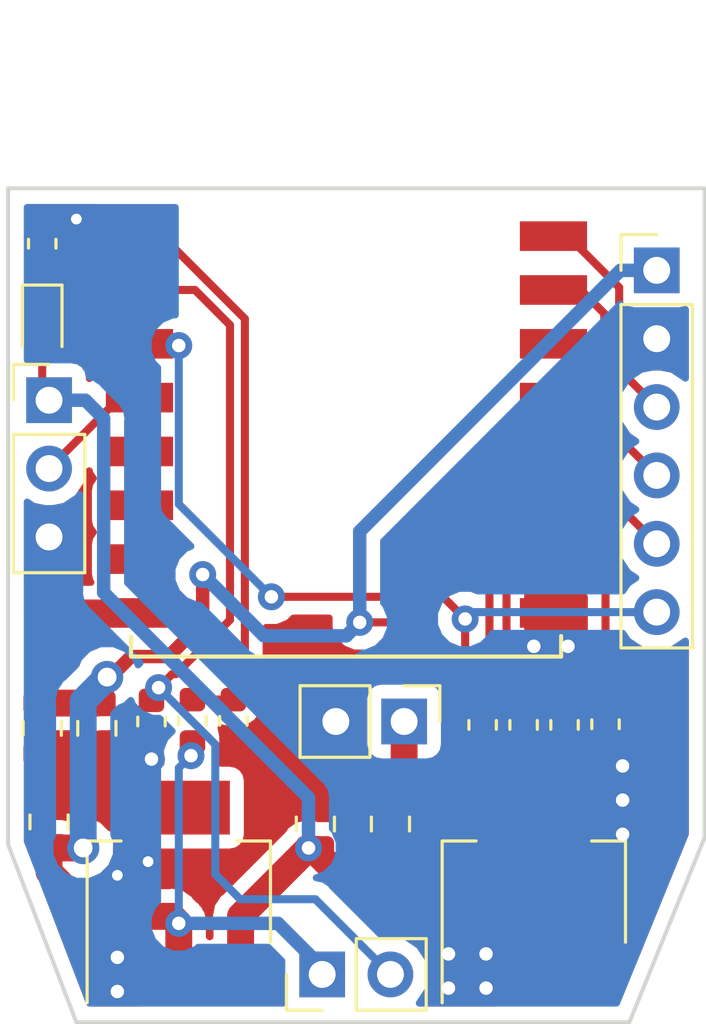
<source format=kicad_pcb>
(kicad_pcb (version 20171130) (host pcbnew 5.0.0-fee4fd1~66~ubuntu16.04.1)

  (general
    (thickness 1.6)
    (drawings 6)
    (tracks 172)
    (zones 0)
    (modules 21)
    (nets 15)
  )

  (page A4)
  (layers
    (0 F.Cu signal)
    (31 B.Cu signal)
    (32 B.Adhes user)
    (33 F.Adhes user)
    (34 B.Paste user)
    (35 F.Paste user)
    (36 B.SilkS user)
    (37 F.SilkS user)
    (38 B.Mask user)
    (39 F.Mask user)
    (40 Dwgs.User user)
    (41 Cmts.User user)
    (42 Eco1.User user)
    (43 Eco2.User user)
    (44 Edge.Cuts user)
    (45 Margin user)
    (46 B.CrtYd user hide)
    (47 F.CrtYd user hide)
    (48 B.Fab user)
    (49 F.Fab user hide)
  )

  (setup
    (last_trace_width 0.25)
    (user_trace_width 0.3)
    (user_trace_width 0.5)
    (user_trace_width 0.7)
    (user_trace_width 1)
    (user_trace_width 1.5)
    (user_trace_width 5)
    (trace_clearance 0.254)
    (zone_clearance 0.508)
    (zone_45_only no)
    (trace_min 0.2)
    (segment_width 0.2)
    (edge_width 0.15)
    (via_size 0.8)
    (via_drill 0.4)
    (via_min_size 0.4)
    (via_min_drill 0.3)
    (user_via 1 0.5)
    (user_via 1.2 0.7)
    (uvia_size 0.3)
    (uvia_drill 0.1)
    (uvias_allowed no)
    (uvia_min_size 0.2)
    (uvia_min_drill 0.1)
    (pcb_text_width 0.3)
    (pcb_text_size 1.5 1.5)
    (mod_edge_width 0.15)
    (mod_text_size 0.6 0.6)
    (mod_text_width 0.15)
    (pad_size 4 4)
    (pad_drill 2.5)
    (pad_to_mask_clearance 0.2)
    (aux_axis_origin 0 0)
    (visible_elements FFFFFF7F)
    (pcbplotparams
      (layerselection 0x010fc_ffffffff)
      (usegerberextensions false)
      (usegerberattributes false)
      (usegerberadvancedattributes false)
      (creategerberjobfile false)
      (excludeedgelayer true)
      (linewidth 0.100000)
      (plotframeref false)
      (viasonmask false)
      (mode 1)
      (useauxorigin false)
      (hpglpennumber 1)
      (hpglpenspeed 20)
      (hpglpendiameter 15.000000)
      (psnegative false)
      (psa4output false)
      (plotreference true)
      (plotvalue true)
      (plotinvisibletext false)
      (padsonsilk false)
      (subtractmaskfromsilk false)
      (outputformat 1)
      (mirror false)
      (drillshape 0)
      (scaleselection 1)
      (outputdirectory "gerber-periph-26x31mm/"))
  )

  (net 0 "")
  (net 1 GND)
  (net 2 "Net-(D1-Pad1)")
  (net 3 +3V3)
  (net 4 RST)
  (net 5 BAT)
  (net 6 +5V)
  (net 7 TXD)
  (net 8 RXD)
  (net 9 IO0)
  (net 10 EN)
  (net 11 IO16)
  (net 12 ADC)
  (net 13 IO2)
  (net 14 IO15)

  (net_class Default "This is the default net class."
    (clearance 0.254)
    (trace_width 0.25)
    (via_dia 0.8)
    (via_drill 0.4)
    (uvia_dia 0.3)
    (uvia_drill 0.1)
    (add_net +3V3)
    (add_net +5V)
    (add_net ADC)
    (add_net BAT)
    (add_net EN)
    (add_net GND)
    (add_net IO0)
    (add_net IO15)
    (add_net IO16)
    (add_net IO2)
    (add_net "Net-(D1-Pad1)")
    (add_net RST)
    (add_net RXD)
    (add_net TXD)
  )

  (module ESP8266:ESP-12E_SMD (layer F.Cu) (tedit 5C0D0A65) (tstamp 5C1AD986)
    (at 149.86 62.23)
    (descr "Module, ESP-8266, ESP-12, 16 pad, SMD")
    (tags "Module ESP-8266 ESP8266")
    (path /5C0D1C67)
    (fp_text reference U1 (at 8.89 6.35 90) (layer F.SilkS) hide
      (effects (font (size 0.6 0.6) (thickness 0.15)))
    )
    (fp_text value ESP-12E (at 5.08 6.35 90) (layer F.Fab) hide
      (effects (font (size 0.6 0.6) (thickness 0.15)))
    )
    (fp_line (start -2.25 -0.5) (end -2.25 -8.75) (layer F.CrtYd) (width 0.05))
    (fp_line (start -2.25 -8.75) (end 15.25 -8.75) (layer F.CrtYd) (width 0.05))
    (fp_line (start 15.25 -8.75) (end 16.25 -8.75) (layer F.CrtYd) (width 0.05))
    (fp_line (start 16.25 -8.75) (end 16.25 16) (layer F.CrtYd) (width 0.05))
    (fp_line (start 16.25 16) (end -2.25 16) (layer F.CrtYd) (width 0.05))
    (fp_line (start -2.25 16) (end -2.25 -0.5) (layer F.CrtYd) (width 0.05))
    (fp_line (start -1.016 -8.382) (end 14.986 -8.382) (layer F.CrtYd) (width 0.1524))
    (fp_line (start 14.986 -8.382) (end 14.986 -0.889) (layer F.CrtYd) (width 0.1524))
    (fp_line (start -1.016 -8.382) (end -1.016 -1.016) (layer F.CrtYd) (width 0.1524))
    (fp_line (start -1.016 14.859) (end -1.016 15.621) (layer F.SilkS) (width 0.1524))
    (fp_line (start -1.016 15.621) (end 14.986 15.621) (layer F.SilkS) (width 0.1524))
    (fp_line (start 14.986 15.621) (end 14.986 14.859) (layer F.SilkS) (width 0.1524))
    (fp_line (start 14.992 -8.4) (end -1.008 -2.6) (layer F.CrtYd) (width 0.1524))
    (fp_line (start -1.008 -8.4) (end 14.992 -2.6) (layer F.CrtYd) (width 0.1524))
    (fp_text user "No Copper" (at 6.892 -5.4) (layer F.CrtYd)
      (effects (font (size 0.6 0.6) (thickness 0.15)))
    )
    (fp_line (start -1.008 -2.6) (end 14.992 -2.6) (layer F.CrtYd) (width 0.1524))
    (fp_line (start 15 -8.4) (end 15 15.6) (layer F.Fab) (width 0.05))
    (fp_line (start 14.992 15.6) (end -1.008 15.6) (layer F.Fab) (width 0.05))
    (fp_line (start -1.008 15.6) (end -1.008 -8.4) (layer F.Fab) (width 0.05))
    (fp_line (start -1.008 -8.4) (end 14.992 -8.4) (layer F.Fab) (width 0.05))
    (pad 1 smd rect (at 0 0) (size 2.5 1.1) (drill (offset -0.7 0)) (layers F.Cu F.Paste F.Mask)
      (net 4 RST))
    (pad 2 smd rect (at 0 2) (size 2.5 1.1) (drill (offset -0.7 0)) (layers F.Cu F.Paste F.Mask)
      (net 12 ADC))
    (pad 3 smd rect (at 0 4) (size 2.5 1.1) (drill (offset -0.7 0)) (layers F.Cu F.Paste F.Mask)
      (net 10 EN))
    (pad 4 smd rect (at 0 6) (size 2.5 1.1) (drill (offset -0.7 0)) (layers F.Cu F.Paste F.Mask)
      (net 11 IO16))
    (pad 5 smd rect (at 0 8) (size 2.5 1.1) (drill (offset -0.7 0)) (layers F.Cu F.Paste F.Mask))
    (pad 6 smd rect (at 0 10) (size 2.5 1.1) (drill (offset -0.7 0)) (layers F.Cu F.Paste F.Mask))
    (pad 7 smd rect (at 0 12) (size 2.5 1.1) (drill (offset -0.7 0)) (layers F.Cu F.Paste F.Mask))
    (pad 8 smd rect (at 0 14) (size 2.5 1.1) (drill (offset -0.7 0)) (layers F.Cu F.Paste F.Mask)
      (net 3 +3V3))
    (pad 9 smd rect (at 14 14) (size 2.5 1.1) (drill (offset 0.7 0)) (layers F.Cu F.Paste F.Mask)
      (net 1 GND))
    (pad 10 smd rect (at 14 12) (size 2.5 1.1) (drill (offset 0.7 0)) (layers F.Cu F.Paste F.Mask)
      (net 14 IO15))
    (pad 11 smd rect (at 14 10) (size 2.5 1.1) (drill (offset 0.7 0)) (layers F.Cu F.Paste F.Mask)
      (net 9 IO0))
    (pad 12 smd rect (at 14 8) (size 2.5 1.1) (drill (offset 0.7 0)) (layers F.Cu F.Paste F.Mask)
      (net 13 IO2))
    (pad 13 smd rect (at 14 6) (size 2.5 1.1) (drill (offset 0.7 0)) (layers F.Cu F.Paste F.Mask))
    (pad 14 smd rect (at 14 4) (size 2.5 1.1) (drill (offset 0.7 0)) (layers F.Cu F.Paste F.Mask))
    (pad 15 smd rect (at 14 2) (size 2.5 1.1) (drill (offset 0.7 0)) (layers F.Cu F.Paste F.Mask)
      (net 8 RXD))
    (pad 16 smd rect (at 14 0) (size 2.5 1.1) (drill (offset 0.7 0)) (layers F.Cu F.Paste F.Mask)
      (net 7 TXD))
    (model ${ESPLIB}/ESP8266.3dshapes/ESP-12.wrl
      (at (xyz 0 0 0))
      (scale (xyz 0.3937 0.3937 0.3937))
      (rotate (xyz 0 0 0))
    )
    (model /home/dung/Desktop/kicad-ESP8266/ESP8266.3dshapes/ESP-12-E-better.step
      (at (xyz 0 0 0))
      (scale (xyz 1 1 1))
      (rotate (xyz 0 0 0))
    )
  )

  (module Capacitor_SMD:C_0805_2012Metric (layer F.Cu) (tedit 5C0D0A13) (tstamp 5C1AD80B)
    (at 147.574 80.518 270)
    (descr "Capacitor SMD 0805 (2012 Metric), square (rectangular) end terminal, IPC_7351 nominal, (Body size source: https://docs.google.com/spreadsheets/d/1BsfQQcO9C6DZCsRaXUlFlo91Tg2WpOkGARC1WS5S8t0/edit?usp=sharing), generated with kicad-footprint-generator")
    (tags capacitor)
    (path /5C0D190B)
    (attr smd)
    (fp_text reference C1 (at 0 -1.65 270) (layer F.SilkS) hide
      (effects (font (size 0.6 0.6) (thickness 0.15)))
    )
    (fp_text value 10uF (at 0 1.65 270) (layer F.Fab)
      (effects (font (size 0.6 0.6) (thickness 0.15)))
    )
    (fp_text user %R (at 0 0 270) (layer F.Fab)
      (effects (font (size 0.6 0.6) (thickness 0.15)))
    )
    (fp_line (start 1.68 0.95) (end -1.68 0.95) (layer F.CrtYd) (width 0.05))
    (fp_line (start 1.68 -0.95) (end 1.68 0.95) (layer F.CrtYd) (width 0.05))
    (fp_line (start -1.68 -0.95) (end 1.68 -0.95) (layer F.CrtYd) (width 0.05))
    (fp_line (start -1.68 0.95) (end -1.68 -0.95) (layer F.CrtYd) (width 0.05))
    (fp_line (start -0.258578 0.71) (end 0.258578 0.71) (layer F.SilkS) (width 0.12))
    (fp_line (start -0.258578 -0.71) (end 0.258578 -0.71) (layer F.SilkS) (width 0.12))
    (fp_line (start 1 0.6) (end -1 0.6) (layer F.Fab) (width 0.1))
    (fp_line (start 1 -0.6) (end 1 0.6) (layer F.Fab) (width 0.1))
    (fp_line (start -1 -0.6) (end 1 -0.6) (layer F.Fab) (width 0.1))
    (fp_line (start -1 0.6) (end -1 -0.6) (layer F.Fab) (width 0.1))
    (pad 2 smd roundrect (at 0.9375 0 270) (size 0.975 1.4) (layers F.Cu F.Paste F.Mask) (roundrect_rratio 0.25)
      (net 1 GND))
    (pad 1 smd roundrect (at -0.9375 0 270) (size 0.975 1.4) (layers F.Cu F.Paste F.Mask) (roundrect_rratio 0.25)
      (net 3 +3V3))
    (model ${KISYS3DMOD}/Capacitor_SMD.3dshapes/C_0805_2012Metric.wrl
      (at (xyz 0 0 0))
      (scale (xyz 1 1 1))
      (rotate (xyz 0 0 0))
    )
  )

  (module Capacitor_SMD:C_0805_2012Metric (layer F.Cu) (tedit 5C0D0A11) (tstamp 5C1B213E)
    (at 145.542 80.518 270)
    (descr "Capacitor SMD 0805 (2012 Metric), square (rectangular) end terminal, IPC_7351 nominal, (Body size source: https://docs.google.com/spreadsheets/d/1BsfQQcO9C6DZCsRaXUlFlo91Tg2WpOkGARC1WS5S8t0/edit?usp=sharing), generated with kicad-footprint-generator")
    (tags capacitor)
    (path /5C0D19DD)
    (attr smd)
    (fp_text reference C2 (at 0 -1.65 270) (layer F.SilkS) hide
      (effects (font (size 0.6 0.6) (thickness 0.15)))
    )
    (fp_text value 10uF (at 0 1.65 270) (layer F.Fab)
      (effects (font (size 0.6 0.6) (thickness 0.15)))
    )
    (fp_line (start -1 0.6) (end -1 -0.6) (layer F.Fab) (width 0.1))
    (fp_line (start -1 -0.6) (end 1 -0.6) (layer F.Fab) (width 0.1))
    (fp_line (start 1 -0.6) (end 1 0.6) (layer F.Fab) (width 0.1))
    (fp_line (start 1 0.6) (end -1 0.6) (layer F.Fab) (width 0.1))
    (fp_line (start -0.258578 -0.71) (end 0.258578 -0.71) (layer F.SilkS) (width 0.12))
    (fp_line (start -0.258578 0.71) (end 0.258578 0.71) (layer F.SilkS) (width 0.12))
    (fp_line (start -1.68 0.95) (end -1.68 -0.95) (layer F.CrtYd) (width 0.05))
    (fp_line (start -1.68 -0.95) (end 1.68 -0.95) (layer F.CrtYd) (width 0.05))
    (fp_line (start 1.68 -0.95) (end 1.68 0.95) (layer F.CrtYd) (width 0.05))
    (fp_line (start 1.68 0.95) (end -1.68 0.95) (layer F.CrtYd) (width 0.05))
    (fp_text user %R (at 0 0 270) (layer F.Fab)
      (effects (font (size 0.6 0.6) (thickness 0.15)))
    )
    (pad 1 smd roundrect (at -0.9375 0 270) (size 0.975 1.4) (layers F.Cu F.Paste F.Mask) (roundrect_rratio 0.25)
      (net 3 +3V3))
    (pad 2 smd roundrect (at 0.9375 0 270) (size 0.975 1.4) (layers F.Cu F.Paste F.Mask) (roundrect_rratio 0.25)
      (net 1 GND))
    (model ${KISYS3DMOD}/Capacitor_SMD.3dshapes/C_0805_2012Metric.wrl
      (at (xyz 0 0 0))
      (scale (xyz 1 1 1))
      (rotate (xyz 0 0 0))
    )
  )

  (module Capacitor_SMD:C_0603_1608Metric (layer F.Cu) (tedit 5C0D0A1B) (tstamp 5C1AD82D)
    (at 152.654 80.2385 270)
    (descr "Capacitor SMD 0603 (1608 Metric), square (rectangular) end terminal, IPC_7351 nominal, (Body size source: http://www.tortai-tech.com/upload/download/2011102023233369053.pdf), generated with kicad-footprint-generator")
    (tags capacitor)
    (path /5C146F38)
    (attr smd)
    (fp_text reference C3 (at 0 -1.43 270) (layer F.SilkS) hide
      (effects (font (size 0.6 0.6) (thickness 0.15)))
    )
    (fp_text value C_Small (at 0 1.43 270) (layer F.Fab)
      (effects (font (size 0.6 0.6) (thickness 0.15)))
    )
    (fp_line (start -0.8 0.4) (end -0.8 -0.4) (layer F.Fab) (width 0.1))
    (fp_line (start -0.8 -0.4) (end 0.8 -0.4) (layer F.Fab) (width 0.1))
    (fp_line (start 0.8 -0.4) (end 0.8 0.4) (layer F.Fab) (width 0.1))
    (fp_line (start 0.8 0.4) (end -0.8 0.4) (layer F.Fab) (width 0.1))
    (fp_line (start -0.162779 -0.51) (end 0.162779 -0.51) (layer F.SilkS) (width 0.12))
    (fp_line (start -0.162779 0.51) (end 0.162779 0.51) (layer F.SilkS) (width 0.12))
    (fp_line (start -1.48 0.73) (end -1.48 -0.73) (layer F.CrtYd) (width 0.05))
    (fp_line (start -1.48 -0.73) (end 1.48 -0.73) (layer F.CrtYd) (width 0.05))
    (fp_line (start 1.48 -0.73) (end 1.48 0.73) (layer F.CrtYd) (width 0.05))
    (fp_line (start 1.48 0.73) (end -1.48 0.73) (layer F.CrtYd) (width 0.05))
    (fp_text user %R (at 0 0 270) (layer F.Fab)
      (effects (font (size 0.6 0.6) (thickness 0.15)))
    )
    (pad 1 smd roundrect (at -0.7875 0 270) (size 0.875 0.95) (layers F.Cu F.Paste F.Mask) (roundrect_rratio 0.25)
      (net 4 RST))
    (pad 2 smd roundrect (at 0.7875 0 270) (size 0.875 0.95) (layers F.Cu F.Paste F.Mask) (roundrect_rratio 0.25)
      (net 1 GND))
    (model ${KISYS3DMOD}/Capacitor_SMD.3dshapes/C_0603_1608Metric.wrl
      (at (xyz 0 0 0))
      (scale (xyz 1 1 1))
      (rotate (xyz 0 0 0))
    )
  )

  (module Capacitor_SMD:C_0805_2012Metric (layer F.Cu) (tedit 5C0D0A42) (tstamp 5C1AD83E)
    (at 158.496 84.074 270)
    (descr "Capacitor SMD 0805 (2012 Metric), square (rectangular) end terminal, IPC_7351 nominal, (Body size source: https://docs.google.com/spreadsheets/d/1BsfQQcO9C6DZCsRaXUlFlo91Tg2WpOkGARC1WS5S8t0/edit?usp=sharing), generated with kicad-footprint-generator")
    (tags capacitor)
    (path /5C1163BA)
    (attr smd)
    (fp_text reference C4 (at 0 -1.65 270) (layer F.SilkS) hide
      (effects (font (size 0.6 0.6) (thickness 0.15)))
    )
    (fp_text value 10uF (at 0 1.65 270) (layer F.Fab)
      (effects (font (size 0.6 0.6) (thickness 0.15)))
    )
    (fp_text user %R (at 0 0 270) (layer F.Fab)
      (effects (font (size 0.6 0.6) (thickness 0.15)))
    )
    (fp_line (start 1.68 0.95) (end -1.68 0.95) (layer F.CrtYd) (width 0.05))
    (fp_line (start 1.68 -0.95) (end 1.68 0.95) (layer F.CrtYd) (width 0.05))
    (fp_line (start -1.68 -0.95) (end 1.68 -0.95) (layer F.CrtYd) (width 0.05))
    (fp_line (start -1.68 0.95) (end -1.68 -0.95) (layer F.CrtYd) (width 0.05))
    (fp_line (start -0.258578 0.71) (end 0.258578 0.71) (layer F.SilkS) (width 0.12))
    (fp_line (start -0.258578 -0.71) (end 0.258578 -0.71) (layer F.SilkS) (width 0.12))
    (fp_line (start 1 0.6) (end -1 0.6) (layer F.Fab) (width 0.1))
    (fp_line (start 1 -0.6) (end 1 0.6) (layer F.Fab) (width 0.1))
    (fp_line (start -1 -0.6) (end 1 -0.6) (layer F.Fab) (width 0.1))
    (fp_line (start -1 0.6) (end -1 -0.6) (layer F.Fab) (width 0.1))
    (pad 2 smd roundrect (at 0.9375 0 270) (size 0.975 1.4) (layers F.Cu F.Paste F.Mask) (roundrect_rratio 0.25)
      (net 1 GND))
    (pad 1 smd roundrect (at -0.9375 0 270) (size 0.975 1.4) (layers F.Cu F.Paste F.Mask) (roundrect_rratio 0.25)
      (net 5 BAT))
    (model ${KISYS3DMOD}/Capacitor_SMD.3dshapes/C_0805_2012Metric.wrl
      (at (xyz 0 0 0))
      (scale (xyz 1 1 1))
      (rotate (xyz 0 0 0))
    )
  )

  (module Capacitor_SMD:C_0805_2012Metric (layer F.Cu) (tedit 5C0D0A47) (tstamp 5C1AD860)
    (at 155.702 84.074 90)
    (descr "Capacitor SMD 0805 (2012 Metric), square (rectangular) end terminal, IPC_7351 nominal, (Body size source: https://docs.google.com/spreadsheets/d/1BsfQQcO9C6DZCsRaXUlFlo91Tg2WpOkGARC1WS5S8t0/edit?usp=sharing), generated with kicad-footprint-generator")
    (tags capacitor)
    (path /5C127C4E)
    (attr smd)
    (fp_text reference C6 (at 0 -1.65 90) (layer F.SilkS) hide
      (effects (font (size 0.6 0.6) (thickness 0.15)))
    )
    (fp_text value 10uF (at 0 1.65 90) (layer F.Fab)
      (effects (font (size 0.6 0.6) (thickness 0.15)))
    )
    (fp_text user %R (at 0 0 90) (layer F.Fab)
      (effects (font (size 0.6 0.6) (thickness 0.15)))
    )
    (fp_line (start 1.68 0.95) (end -1.68 0.95) (layer F.CrtYd) (width 0.05))
    (fp_line (start 1.68 -0.95) (end 1.68 0.95) (layer F.CrtYd) (width 0.05))
    (fp_line (start -1.68 -0.95) (end 1.68 -0.95) (layer F.CrtYd) (width 0.05))
    (fp_line (start -1.68 0.95) (end -1.68 -0.95) (layer F.CrtYd) (width 0.05))
    (fp_line (start -0.258578 0.71) (end 0.258578 0.71) (layer F.SilkS) (width 0.12))
    (fp_line (start -0.258578 -0.71) (end 0.258578 -0.71) (layer F.SilkS) (width 0.12))
    (fp_line (start 1 0.6) (end -1 0.6) (layer F.Fab) (width 0.1))
    (fp_line (start 1 -0.6) (end 1 0.6) (layer F.Fab) (width 0.1))
    (fp_line (start -1 -0.6) (end 1 -0.6) (layer F.Fab) (width 0.1))
    (fp_line (start -1 0.6) (end -1 -0.6) (layer F.Fab) (width 0.1))
    (pad 2 smd roundrect (at 0.9375 0 90) (size 0.975 1.4) (layers F.Cu F.Paste F.Mask) (roundrect_rratio 0.25)
      (net 1 GND))
    (pad 1 smd roundrect (at -0.9375 0 90) (size 0.975 1.4) (layers F.Cu F.Paste F.Mask) (roundrect_rratio 0.25)
      (net 6 +5V))
    (model ${KISYS3DMOD}/Capacitor_SMD.3dshapes/C_0805_2012Metric.wrl
      (at (xyz 0 0 0))
      (scale (xyz 1 1 1))
      (rotate (xyz 0 0 0))
    )
  )

  (module Capacitor_SMD:C_0805_2012Metric (layer F.Cu) (tedit 5C0D0A23) (tstamp 5C1AD871)
    (at 145.796 83.9955 90)
    (descr "Capacitor SMD 0805 (2012 Metric), square (rectangular) end terminal, IPC_7351 nominal, (Body size source: https://docs.google.com/spreadsheets/d/1BsfQQcO9C6DZCsRaXUlFlo91Tg2WpOkGARC1WS5S8t0/edit?usp=sharing), generated with kicad-footprint-generator")
    (tags capacitor)
    (path /5C127C55)
    (attr smd)
    (fp_text reference C7 (at 0 -1.65 90) (layer F.SilkS) hide
      (effects (font (size 0.6 0.6) (thickness 0.15)))
    )
    (fp_text value 10uF (at 0 1.65 90) (layer F.Fab)
      (effects (font (size 0.6 0.6) (thickness 0.15)))
    )
    (fp_line (start -1 0.6) (end -1 -0.6) (layer F.Fab) (width 0.1))
    (fp_line (start -1 -0.6) (end 1 -0.6) (layer F.Fab) (width 0.1))
    (fp_line (start 1 -0.6) (end 1 0.6) (layer F.Fab) (width 0.1))
    (fp_line (start 1 0.6) (end -1 0.6) (layer F.Fab) (width 0.1))
    (fp_line (start -0.258578 -0.71) (end 0.258578 -0.71) (layer F.SilkS) (width 0.12))
    (fp_line (start -0.258578 0.71) (end 0.258578 0.71) (layer F.SilkS) (width 0.12))
    (fp_line (start -1.68 0.95) (end -1.68 -0.95) (layer F.CrtYd) (width 0.05))
    (fp_line (start -1.68 -0.95) (end 1.68 -0.95) (layer F.CrtYd) (width 0.05))
    (fp_line (start 1.68 -0.95) (end 1.68 0.95) (layer F.CrtYd) (width 0.05))
    (fp_line (start 1.68 0.95) (end -1.68 0.95) (layer F.CrtYd) (width 0.05))
    (fp_text user %R (at 0 0 90) (layer F.Fab)
      (effects (font (size 0.6 0.6) (thickness 0.15)))
    )
    (pad 1 smd roundrect (at -0.9375 0 90) (size 0.975 1.4) (layers F.Cu F.Paste F.Mask) (roundrect_rratio 0.25)
      (net 3 +3V3))
    (pad 2 smd roundrect (at 0.9375 0 90) (size 0.975 1.4) (layers F.Cu F.Paste F.Mask) (roundrect_rratio 0.25)
      (net 1 GND))
    (model ${KISYS3DMOD}/Capacitor_SMD.3dshapes/C_0805_2012Metric.wrl
      (at (xyz 0 0 0))
      (scale (xyz 1 1 1))
      (rotate (xyz 0 0 0))
    )
  )

  (module LED_SMD:LED_0603_1608Metric (layer F.Cu) (tedit 5C0D0A56) (tstamp 5C1AD884)
    (at 145.542 65.532 270)
    (descr "LED SMD 0603 (1608 Metric), square (rectangular) end terminal, IPC_7351 nominal, (Body size source: http://www.tortai-tech.com/upload/download/2011102023233369053.pdf), generated with kicad-footprint-generator")
    (tags diode)
    (path /5C10E861)
    (attr smd)
    (fp_text reference D1 (at 0 -1.43 270) (layer F.SilkS) hide
      (effects (font (size 0.6 0.6) (thickness 0.15)))
    )
    (fp_text value LED (at 0 1.43 270) (layer F.Fab)
      (effects (font (size 0.6 0.6) (thickness 0.15)))
    )
    (fp_line (start 0.8 -0.4) (end -0.5 -0.4) (layer F.Fab) (width 0.1))
    (fp_line (start -0.5 -0.4) (end -0.8 -0.1) (layer F.Fab) (width 0.1))
    (fp_line (start -0.8 -0.1) (end -0.8 0.4) (layer F.Fab) (width 0.1))
    (fp_line (start -0.8 0.4) (end 0.8 0.4) (layer F.Fab) (width 0.1))
    (fp_line (start 0.8 0.4) (end 0.8 -0.4) (layer F.Fab) (width 0.1))
    (fp_line (start 0.8 -0.735) (end -1.485 -0.735) (layer F.SilkS) (width 0.12))
    (fp_line (start -1.485 -0.735) (end -1.485 0.735) (layer F.SilkS) (width 0.12))
    (fp_line (start -1.485 0.735) (end 0.8 0.735) (layer F.SilkS) (width 0.12))
    (fp_line (start -1.48 0.73) (end -1.48 -0.73) (layer F.CrtYd) (width 0.05))
    (fp_line (start -1.48 -0.73) (end 1.48 -0.73) (layer F.CrtYd) (width 0.05))
    (fp_line (start 1.48 -0.73) (end 1.48 0.73) (layer F.CrtYd) (width 0.05))
    (fp_line (start 1.48 0.73) (end -1.48 0.73) (layer F.CrtYd) (width 0.05))
    (fp_text user %R (at 0 0 270) (layer F.Fab)
      (effects (font (size 0.6 0.6) (thickness 0.15)))
    )
    (pad 1 smd roundrect (at -0.7875 0 270) (size 0.875 0.95) (layers F.Cu F.Paste F.Mask) (roundrect_rratio 0.25)
      (net 2 "Net-(D1-Pad1)"))
    (pad 2 smd roundrect (at 0.7875 0 270) (size 0.875 0.95) (layers F.Cu F.Paste F.Mask) (roundrect_rratio 0.25)
      (net 6 +5V))
    (model ${KISYS3DMOD}/LED_SMD.3dshapes/LED_0603_1608Metric.wrl
      (at (xyz 0 0 0))
      (scale (xyz 1 1 1))
      (rotate (xyz 0 0 0))
    )
  )

  (module Connector_PinHeader_2.54mm:PinHeader_1x06_P2.54mm_Vertical (layer F.Cu) (tedit 5C0D0A5E) (tstamp 5C1AD89E)
    (at 168.402 63.5)
    (descr "Through hole straight pin header, 1x06, 2.54mm pitch, single row")
    (tags "Through hole pin header THT 1x06 2.54mm single row")
    (path /5C0FE749)
    (fp_text reference J1 (at 0 -2.33) (layer F.SilkS) hide
      (effects (font (size 0.6 0.6) (thickness 0.15)))
    )
    (fp_text value Conn_01x06 (at 0 15.03) (layer F.Fab)
      (effects (font (size 0.6 0.6) (thickness 0.15)))
    )
    (fp_line (start -0.635 -1.27) (end 1.27 -1.27) (layer F.Fab) (width 0.1))
    (fp_line (start 1.27 -1.27) (end 1.27 13.97) (layer F.Fab) (width 0.1))
    (fp_line (start 1.27 13.97) (end -1.27 13.97) (layer F.Fab) (width 0.1))
    (fp_line (start -1.27 13.97) (end -1.27 -0.635) (layer F.Fab) (width 0.1))
    (fp_line (start -1.27 -0.635) (end -0.635 -1.27) (layer F.Fab) (width 0.1))
    (fp_line (start -1.33 14.03) (end 1.33 14.03) (layer F.SilkS) (width 0.12))
    (fp_line (start -1.33 1.27) (end -1.33 14.03) (layer F.SilkS) (width 0.12))
    (fp_line (start 1.33 1.27) (end 1.33 14.03) (layer F.SilkS) (width 0.12))
    (fp_line (start -1.33 1.27) (end 1.33 1.27) (layer F.SilkS) (width 0.12))
    (fp_line (start -1.33 0) (end -1.33 -1.33) (layer F.SilkS) (width 0.12))
    (fp_line (start -1.33 -1.33) (end 0 -1.33) (layer F.SilkS) (width 0.12))
    (fp_line (start -1.8 -1.8) (end -1.8 14.5) (layer F.CrtYd) (width 0.05))
    (fp_line (start -1.8 14.5) (end 1.8 14.5) (layer F.CrtYd) (width 0.05))
    (fp_line (start 1.8 14.5) (end 1.8 -1.8) (layer F.CrtYd) (width 0.05))
    (fp_line (start 1.8 -1.8) (end -1.8 -1.8) (layer F.CrtYd) (width 0.05))
    (fp_text user %R (at 0 6.35 90) (layer F.Fab)
      (effects (font (size 0.6 0.6) (thickness 0.15)))
    )
    (pad 1 thru_hole rect (at 0 0) (size 1.7 1.7) (drill 1) (layers *.Cu *.Mask)
      (net 3 +3V3))
    (pad 2 thru_hole oval (at 0 2.54) (size 1.7 1.7) (drill 1) (layers *.Cu *.Mask)
      (net 1 GND))
    (pad 3 thru_hole oval (at 0 5.08) (size 1.7 1.7) (drill 1) (layers *.Cu *.Mask)
      (net 7 TXD))
    (pad 4 thru_hole oval (at 0 7.62) (size 1.7 1.7) (drill 1) (layers *.Cu *.Mask)
      (net 8 RXD))
    (pad 5 thru_hole oval (at 0 10.16) (size 1.7 1.7) (drill 1) (layers *.Cu *.Mask)
      (net 9 IO0))
    (pad 6 thru_hole oval (at 0 12.7) (size 1.7 1.7) (drill 1) (layers *.Cu *.Mask)
      (net 10 EN))
  )

  (module Connector_PinHeader_2.54mm:PinHeader_1x03_P2.54mm_Vertical (layer F.Cu) (tedit 5C0D0A54) (tstamp 5C1AD8B5)
    (at 145.796 68.326)
    (descr "Through hole straight pin header, 1x03, 2.54mm pitch, single row")
    (tags "Through hole pin header THT 1x03 2.54mm single row")
    (path /5C1209F4)
    (fp_text reference J2 (at 0 -2.33) (layer F.SilkS) hide
      (effects (font (size 0.6 0.6) (thickness 0.15)))
    )
    (fp_text value Conn_01x03 (at 0 7.41) (layer F.Fab)
      (effects (font (size 0.6 0.6) (thickness 0.15)))
    )
    (fp_line (start -0.635 -1.27) (end 1.27 -1.27) (layer F.Fab) (width 0.1))
    (fp_line (start 1.27 -1.27) (end 1.27 6.35) (layer F.Fab) (width 0.1))
    (fp_line (start 1.27 6.35) (end -1.27 6.35) (layer F.Fab) (width 0.1))
    (fp_line (start -1.27 6.35) (end -1.27 -0.635) (layer F.Fab) (width 0.1))
    (fp_line (start -1.27 -0.635) (end -0.635 -1.27) (layer F.Fab) (width 0.1))
    (fp_line (start -1.33 6.41) (end 1.33 6.41) (layer F.SilkS) (width 0.12))
    (fp_line (start -1.33 1.27) (end -1.33 6.41) (layer F.SilkS) (width 0.12))
    (fp_line (start 1.33 1.27) (end 1.33 6.41) (layer F.SilkS) (width 0.12))
    (fp_line (start -1.33 1.27) (end 1.33 1.27) (layer F.SilkS) (width 0.12))
    (fp_line (start -1.33 0) (end -1.33 -1.33) (layer F.SilkS) (width 0.12))
    (fp_line (start -1.33 -1.33) (end 0 -1.33) (layer F.SilkS) (width 0.12))
    (fp_line (start -1.8 -1.8) (end -1.8 6.85) (layer F.CrtYd) (width 0.05))
    (fp_line (start -1.8 6.85) (end 1.8 6.85) (layer F.CrtYd) (width 0.05))
    (fp_line (start 1.8 6.85) (end 1.8 -1.8) (layer F.CrtYd) (width 0.05))
    (fp_line (start 1.8 -1.8) (end -1.8 -1.8) (layer F.CrtYd) (width 0.05))
    (fp_text user %R (at 0 2.54 90) (layer F.Fab)
      (effects (font (size 0.6 0.6) (thickness 0.15)))
    )
    (pad 1 thru_hole rect (at 0 0) (size 1.7 1.7) (drill 1) (layers *.Cu *.Mask)
      (net 6 +5V))
    (pad 2 thru_hole oval (at 0 2.54) (size 1.7 1.7) (drill 1) (layers *.Cu *.Mask)
      (net 11 IO16))
    (pad 3 thru_hole oval (at 0 5.08) (size 1.7 1.7) (drill 1) (layers *.Cu *.Mask)
      (net 1 GND))
  )

  (module Connector_PinHeader_2.54mm:PinHeader_1x02_P2.54mm_Vertical (layer F.Cu) (tedit 5C0D0A4D) (tstamp 5C1AD8CB)
    (at 155.956 89.662 90)
    (descr "Through hole straight pin header, 1x02, 2.54mm pitch, single row")
    (tags "Through hole pin header THT 1x02 2.54mm single row")
    (path /5C11E5B5)
    (fp_text reference J3 (at 0 -2.33 90) (layer F.SilkS) hide
      (effects (font (size 0.6 0.6) (thickness 0.15)))
    )
    (fp_text value Conn_01x02 (at 0 4.87 90) (layer F.Fab)
      (effects (font (size 0.6 0.6) (thickness 0.15)))
    )
    (fp_line (start -0.635 -1.27) (end 1.27 -1.27) (layer F.Fab) (width 0.1))
    (fp_line (start 1.27 -1.27) (end 1.27 3.81) (layer F.Fab) (width 0.1))
    (fp_line (start 1.27 3.81) (end -1.27 3.81) (layer F.Fab) (width 0.1))
    (fp_line (start -1.27 3.81) (end -1.27 -0.635) (layer F.Fab) (width 0.1))
    (fp_line (start -1.27 -0.635) (end -0.635 -1.27) (layer F.Fab) (width 0.1))
    (fp_line (start -1.33 3.87) (end 1.33 3.87) (layer F.SilkS) (width 0.12))
    (fp_line (start -1.33 1.27) (end -1.33 3.87) (layer F.SilkS) (width 0.12))
    (fp_line (start 1.33 1.27) (end 1.33 3.87) (layer F.SilkS) (width 0.12))
    (fp_line (start -1.33 1.27) (end 1.33 1.27) (layer F.SilkS) (width 0.12))
    (fp_line (start -1.33 0) (end -1.33 -1.33) (layer F.SilkS) (width 0.12))
    (fp_line (start -1.33 -1.33) (end 0 -1.33) (layer F.SilkS) (width 0.12))
    (fp_line (start -1.8 -1.8) (end -1.8 4.35) (layer F.CrtYd) (width 0.05))
    (fp_line (start -1.8 4.35) (end 1.8 4.35) (layer F.CrtYd) (width 0.05))
    (fp_line (start 1.8 4.35) (end 1.8 -1.8) (layer F.CrtYd) (width 0.05))
    (fp_line (start 1.8 -1.8) (end -1.8 -1.8) (layer F.CrtYd) (width 0.05))
    (fp_text user %R (at 0 1.27 180) (layer F.Fab)
      (effects (font (size 0.6 0.6) (thickness 0.15)))
    )
    (pad 1 thru_hole rect (at 0 0 90) (size 1.7 1.7) (drill 1) (layers *.Cu *.Mask)
      (net 3 +3V3))
    (pad 2 thru_hole oval (at 0 2.54 90) (size 1.7 1.7) (drill 1) (layers *.Cu *.Mask)
      (net 12 ADC))
  )

  (module Connector_PinHeader_2.54mm:PinHeader_1x02_P2.54mm_Vertical (layer F.Cu) (tedit 5C0D0A2C) (tstamp 5C1AD8E1)
    (at 159.004 80.264 270)
    (descr "Through hole straight pin header, 1x02, 2.54mm pitch, single row")
    (tags "Through hole pin header THT 1x02 2.54mm single row")
    (path /5C13203C)
    (fp_text reference J4 (at 0 -2.33 270) (layer F.SilkS) hide
      (effects (font (size 0.6 0.6) (thickness 0.15)))
    )
    (fp_text value Conn_01x02 (at 0 4.87 270) (layer F.Fab)
      (effects (font (size 0.6 0.6) (thickness 0.15)))
    )
    (fp_line (start -0.635 -1.27) (end 1.27 -1.27) (layer F.Fab) (width 0.1))
    (fp_line (start 1.27 -1.27) (end 1.27 3.81) (layer F.Fab) (width 0.1))
    (fp_line (start 1.27 3.81) (end -1.27 3.81) (layer F.Fab) (width 0.1))
    (fp_line (start -1.27 3.81) (end -1.27 -0.635) (layer F.Fab) (width 0.1))
    (fp_line (start -1.27 -0.635) (end -0.635 -1.27) (layer F.Fab) (width 0.1))
    (fp_line (start -1.33 3.87) (end 1.33 3.87) (layer F.SilkS) (width 0.12))
    (fp_line (start -1.33 1.27) (end -1.33 3.87) (layer F.SilkS) (width 0.12))
    (fp_line (start 1.33 1.27) (end 1.33 3.87) (layer F.SilkS) (width 0.12))
    (fp_line (start -1.33 1.27) (end 1.33 1.27) (layer F.SilkS) (width 0.12))
    (fp_line (start -1.33 0) (end -1.33 -1.33) (layer F.SilkS) (width 0.12))
    (fp_line (start -1.33 -1.33) (end 0 -1.33) (layer F.SilkS) (width 0.12))
    (fp_line (start -1.8 -1.8) (end -1.8 4.35) (layer F.CrtYd) (width 0.05))
    (fp_line (start -1.8 4.35) (end 1.8 4.35) (layer F.CrtYd) (width 0.05))
    (fp_line (start 1.8 4.35) (end 1.8 -1.8) (layer F.CrtYd) (width 0.05))
    (fp_line (start 1.8 -1.8) (end -1.8 -1.8) (layer F.CrtYd) (width 0.05))
    (fp_text user %R (at 0 1.27) (layer F.Fab)
      (effects (font (size 0.6 0.6) (thickness 0.15)))
    )
    (pad 1 thru_hole rect (at 0 0 270) (size 1.7 1.7) (drill 1) (layers *.Cu *.Mask)
      (net 5 BAT))
    (pad 2 thru_hole oval (at 0 2.54 270) (size 1.7 1.7) (drill 1) (layers *.Cu *.Mask)
      (net 1 GND))
    (model ${KISYS3DMOD}/Connector_PinHeader_2.54mm.3dshapes/PinHeader_1x02_P2.54mm_Vertical.wrl
      (at (xyz 0 0 0))
      (scale (xyz 1 1 1))
      (rotate (xyz 0 0 0))
    )
  )

  (module Resistor_SMD:R_0603_1608Metric (layer F.Cu) (tedit 5C0D0A59) (tstamp 5C1AD8F2)
    (at 145.542 62.5095 270)
    (descr "Resistor SMD 0603 (1608 Metric), square (rectangular) end terminal, IPC_7351 nominal, (Body size source: http://www.tortai-tech.com/upload/download/2011102023233369053.pdf), generated with kicad-footprint-generator")
    (tags resistor)
    (path /5C10E92F)
    (attr smd)
    (fp_text reference R1 (at 0 -1.43 270) (layer F.SilkS) hide
      (effects (font (size 0.6 0.6) (thickness 0.15)))
    )
    (fp_text value 1k (at 0 1.43 270) (layer F.Fab)
      (effects (font (size 0.6 0.6) (thickness 0.15)))
    )
    (fp_line (start -0.8 0.4) (end -0.8 -0.4) (layer F.Fab) (width 0.1))
    (fp_line (start -0.8 -0.4) (end 0.8 -0.4) (layer F.Fab) (width 0.1))
    (fp_line (start 0.8 -0.4) (end 0.8 0.4) (layer F.Fab) (width 0.1))
    (fp_line (start 0.8 0.4) (end -0.8 0.4) (layer F.Fab) (width 0.1))
    (fp_line (start -0.162779 -0.51) (end 0.162779 -0.51) (layer F.SilkS) (width 0.12))
    (fp_line (start -0.162779 0.51) (end 0.162779 0.51) (layer F.SilkS) (width 0.12))
    (fp_line (start -1.48 0.73) (end -1.48 -0.73) (layer F.CrtYd) (width 0.05))
    (fp_line (start -1.48 -0.73) (end 1.48 -0.73) (layer F.CrtYd) (width 0.05))
    (fp_line (start 1.48 -0.73) (end 1.48 0.73) (layer F.CrtYd) (width 0.05))
    (fp_line (start 1.48 0.73) (end -1.48 0.73) (layer F.CrtYd) (width 0.05))
    (fp_text user %R (at 0 0 270) (layer F.Fab)
      (effects (font (size 0.6 0.6) (thickness 0.15)))
    )
    (pad 1 smd roundrect (at -0.7875 0 270) (size 0.875 0.95) (layers F.Cu F.Paste F.Mask) (roundrect_rratio 0.25)
      (net 1 GND))
    (pad 2 smd roundrect (at 0.7875 0 270) (size 0.875 0.95) (layers F.Cu F.Paste F.Mask) (roundrect_rratio 0.25)
      (net 2 "Net-(D1-Pad1)"))
    (model ${KISYS3DMOD}/Resistor_SMD.3dshapes/R_0603_1608Metric.wrl
      (at (xyz 0 0 0))
      (scale (xyz 1 1 1))
      (rotate (xyz 0 0 0))
    )
  )

  (module Resistor_SMD:R_0603_1608Metric (layer F.Cu) (tedit 5C0D0A3B) (tstamp 5C1AD903)
    (at 164.973 80.391 270)
    (descr "Resistor SMD 0603 (1608 Metric), square (rectangular) end terminal, IPC_7351 nominal, (Body size source: http://www.tortai-tech.com/upload/download/2011102023233369053.pdf), generated with kicad-footprint-generator")
    (tags resistor)
    (path /5C0E7377)
    (attr smd)
    (fp_text reference R2 (at 0 -1.43 270) (layer F.SilkS) hide
      (effects (font (size 0.6 0.6) (thickness 0.15)))
    )
    (fp_text value 10k (at 0 1.43 270) (layer F.Fab)
      (effects (font (size 0.6 0.6) (thickness 0.15)))
    )
    (fp_text user %R (at 0 0 270) (layer F.Fab)
      (effects (font (size 0.6 0.6) (thickness 0.15)))
    )
    (fp_line (start 1.48 0.73) (end -1.48 0.73) (layer F.CrtYd) (width 0.05))
    (fp_line (start 1.48 -0.73) (end 1.48 0.73) (layer F.CrtYd) (width 0.05))
    (fp_line (start -1.48 -0.73) (end 1.48 -0.73) (layer F.CrtYd) (width 0.05))
    (fp_line (start -1.48 0.73) (end -1.48 -0.73) (layer F.CrtYd) (width 0.05))
    (fp_line (start -0.162779 0.51) (end 0.162779 0.51) (layer F.SilkS) (width 0.12))
    (fp_line (start -0.162779 -0.51) (end 0.162779 -0.51) (layer F.SilkS) (width 0.12))
    (fp_line (start 0.8 0.4) (end -0.8 0.4) (layer F.Fab) (width 0.1))
    (fp_line (start 0.8 -0.4) (end 0.8 0.4) (layer F.Fab) (width 0.1))
    (fp_line (start -0.8 -0.4) (end 0.8 -0.4) (layer F.Fab) (width 0.1))
    (fp_line (start -0.8 0.4) (end -0.8 -0.4) (layer F.Fab) (width 0.1))
    (pad 2 smd roundrect (at 0.7875 0 270) (size 0.875 0.95) (layers F.Cu F.Paste F.Mask) (roundrect_rratio 0.25)
      (net 3 +3V3))
    (pad 1 smd roundrect (at -0.7875 0 270) (size 0.875 0.95) (layers F.Cu F.Paste F.Mask) (roundrect_rratio 0.25)
      (net 9 IO0))
    (model ${KISYS3DMOD}/Resistor_SMD.3dshapes/R_0603_1608Metric.wrl
      (at (xyz 0 0 0))
      (scale (xyz 1 1 1))
      (rotate (xyz 0 0 0))
    )
  )

  (module Resistor_SMD:R_0603_1608Metric (layer F.Cu) (tedit 5C0D0A37) (tstamp 5C1AD914)
    (at 163.449 80.391 270)
    (descr "Resistor SMD 0603 (1608 Metric), square (rectangular) end terminal, IPC_7351 nominal, (Body size source: http://www.tortai-tech.com/upload/download/2011102023233369053.pdf), generated with kicad-footprint-generator")
    (tags resistor)
    (path /5C0EDF46)
    (attr smd)
    (fp_text reference R3 (at 0 -1.43 270) (layer F.SilkS) hide
      (effects (font (size 0.6 0.6) (thickness 0.15)))
    )
    (fp_text value 10k (at 0 1.43 270) (layer F.Fab)
      (effects (font (size 0.6 0.6) (thickness 0.15)))
    )
    (fp_line (start -0.8 0.4) (end -0.8 -0.4) (layer F.Fab) (width 0.1))
    (fp_line (start -0.8 -0.4) (end 0.8 -0.4) (layer F.Fab) (width 0.1))
    (fp_line (start 0.8 -0.4) (end 0.8 0.4) (layer F.Fab) (width 0.1))
    (fp_line (start 0.8 0.4) (end -0.8 0.4) (layer F.Fab) (width 0.1))
    (fp_line (start -0.162779 -0.51) (end 0.162779 -0.51) (layer F.SilkS) (width 0.12))
    (fp_line (start -0.162779 0.51) (end 0.162779 0.51) (layer F.SilkS) (width 0.12))
    (fp_line (start -1.48 0.73) (end -1.48 -0.73) (layer F.CrtYd) (width 0.05))
    (fp_line (start -1.48 -0.73) (end 1.48 -0.73) (layer F.CrtYd) (width 0.05))
    (fp_line (start 1.48 -0.73) (end 1.48 0.73) (layer F.CrtYd) (width 0.05))
    (fp_line (start 1.48 0.73) (end -1.48 0.73) (layer F.CrtYd) (width 0.05))
    (fp_text user %R (at 0 0 270) (layer F.Fab)
      (effects (font (size 0.6 0.6) (thickness 0.15)))
    )
    (pad 1 smd roundrect (at -0.7875 0 270) (size 0.875 0.95) (layers F.Cu F.Paste F.Mask) (roundrect_rratio 0.25)
      (net 13 IO2))
    (pad 2 smd roundrect (at 0.7875 0 270) (size 0.875 0.95) (layers F.Cu F.Paste F.Mask) (roundrect_rratio 0.25)
      (net 3 +3V3))
    (model ${KISYS3DMOD}/Resistor_SMD.3dshapes/R_0603_1608Metric.wrl
      (at (xyz 0 0 0))
      (scale (xyz 1 1 1))
      (rotate (xyz 0 0 0))
    )
  )

  (module Resistor_SMD:R_0603_1608Metric (layer F.Cu) (tedit 5C0D0A19) (tstamp 5C1AD925)
    (at 151.13 80.2385 270)
    (descr "Resistor SMD 0603 (1608 Metric), square (rectangular) end terminal, IPC_7351 nominal, (Body size source: http://www.tortai-tech.com/upload/download/2011102023233369053.pdf), generated with kicad-footprint-generator")
    (tags resistor)
    (path /5C0EDF7A)
    (attr smd)
    (fp_text reference R4 (at 0 -1.43 270) (layer F.SilkS) hide
      (effects (font (size 0.6 0.6) (thickness 0.15)))
    )
    (fp_text value 10k (at 0 1.43 270) (layer F.Fab)
      (effects (font (size 0.6 0.6) (thickness 0.15)))
    )
    (fp_text user %R (at 0 0 270) (layer F.Fab)
      (effects (font (size 0.6 0.6) (thickness 0.15)))
    )
    (fp_line (start 1.48 0.73) (end -1.48 0.73) (layer F.CrtYd) (width 0.05))
    (fp_line (start 1.48 -0.73) (end 1.48 0.73) (layer F.CrtYd) (width 0.05))
    (fp_line (start -1.48 -0.73) (end 1.48 -0.73) (layer F.CrtYd) (width 0.05))
    (fp_line (start -1.48 0.73) (end -1.48 -0.73) (layer F.CrtYd) (width 0.05))
    (fp_line (start -0.162779 0.51) (end 0.162779 0.51) (layer F.SilkS) (width 0.12))
    (fp_line (start -0.162779 -0.51) (end 0.162779 -0.51) (layer F.SilkS) (width 0.12))
    (fp_line (start 0.8 0.4) (end -0.8 0.4) (layer F.Fab) (width 0.1))
    (fp_line (start 0.8 -0.4) (end 0.8 0.4) (layer F.Fab) (width 0.1))
    (fp_line (start -0.8 -0.4) (end 0.8 -0.4) (layer F.Fab) (width 0.1))
    (fp_line (start -0.8 0.4) (end -0.8 -0.4) (layer F.Fab) (width 0.1))
    (pad 2 smd roundrect (at 0.7875 0 270) (size 0.875 0.95) (layers F.Cu F.Paste F.Mask) (roundrect_rratio 0.25)
      (net 3 +3V3))
    (pad 1 smd roundrect (at -0.7875 0 270) (size 0.875 0.95) (layers F.Cu F.Paste F.Mask) (roundrect_rratio 0.25)
      (net 4 RST))
    (model ${KISYS3DMOD}/Resistor_SMD.3dshapes/R_0603_1608Metric.wrl
      (at (xyz 0 0 0))
      (scale (xyz 1 1 1))
      (rotate (xyz 0 0 0))
    )
  )

  (module Resistor_SMD:R_0603_1608Metric (layer F.Cu) (tedit 5C0D0A34) (tstamp 5C1AD936)
    (at 161.925 80.391 270)
    (descr "Resistor SMD 0603 (1608 Metric), square (rectangular) end terminal, IPC_7351 nominal, (Body size source: http://www.tortai-tech.com/upload/download/2011102023233369053.pdf), generated with kicad-footprint-generator")
    (tags resistor)
    (path /5C0EDFB0)
    (attr smd)
    (fp_text reference R5 (at 0 -1.43 270) (layer F.SilkS) hide
      (effects (font (size 0.6 0.6) (thickness 0.15)))
    )
    (fp_text value 10k (at 0 1.43 270) (layer F.Fab)
      (effects (font (size 0.6 0.6) (thickness 0.15)))
    )
    (fp_line (start -0.8 0.4) (end -0.8 -0.4) (layer F.Fab) (width 0.1))
    (fp_line (start -0.8 -0.4) (end 0.8 -0.4) (layer F.Fab) (width 0.1))
    (fp_line (start 0.8 -0.4) (end 0.8 0.4) (layer F.Fab) (width 0.1))
    (fp_line (start 0.8 0.4) (end -0.8 0.4) (layer F.Fab) (width 0.1))
    (fp_line (start -0.162779 -0.51) (end 0.162779 -0.51) (layer F.SilkS) (width 0.12))
    (fp_line (start -0.162779 0.51) (end 0.162779 0.51) (layer F.SilkS) (width 0.12))
    (fp_line (start -1.48 0.73) (end -1.48 -0.73) (layer F.CrtYd) (width 0.05))
    (fp_line (start -1.48 -0.73) (end 1.48 -0.73) (layer F.CrtYd) (width 0.05))
    (fp_line (start 1.48 -0.73) (end 1.48 0.73) (layer F.CrtYd) (width 0.05))
    (fp_line (start 1.48 0.73) (end -1.48 0.73) (layer F.CrtYd) (width 0.05))
    (fp_text user %R (at 0 0 270) (layer F.Fab)
      (effects (font (size 0.6 0.6) (thickness 0.15)))
    )
    (pad 1 smd roundrect (at -0.7875 0 270) (size 0.875 0.95) (layers F.Cu F.Paste F.Mask) (roundrect_rratio 0.25)
      (net 10 EN))
    (pad 2 smd roundrect (at 0.7875 0 270) (size 0.875 0.95) (layers F.Cu F.Paste F.Mask) (roundrect_rratio 0.25)
      (net 3 +3V3))
    (model ${KISYS3DMOD}/Resistor_SMD.3dshapes/R_0603_1608Metric.wrl
      (at (xyz 0 0 0))
      (scale (xyz 1 1 1))
      (rotate (xyz 0 0 0))
    )
  )

  (module Resistor_SMD:R_0603_1608Metric (layer F.Cu) (tedit 5C0D0A3E) (tstamp 5C1AD947)
    (at 166.497 80.3655 270)
    (descr "Resistor SMD 0603 (1608 Metric), square (rectangular) end terminal, IPC_7351 nominal, (Body size source: http://www.tortai-tech.com/upload/download/2011102023233369053.pdf), generated with kicad-footprint-generator")
    (tags resistor)
    (path /5C0EDFE8)
    (attr smd)
    (fp_text reference R6 (at 0 -1.43 270) (layer F.SilkS) hide
      (effects (font (size 0.6 0.6) (thickness 0.15)))
    )
    (fp_text value 10k (at 0 1.43 270) (layer F.Fab)
      (effects (font (size 0.6 0.6) (thickness 0.15)))
    )
    (fp_text user %R (at 0 0 270) (layer F.Fab)
      (effects (font (size 0.6 0.6) (thickness 0.15)))
    )
    (fp_line (start 1.48 0.73) (end -1.48 0.73) (layer F.CrtYd) (width 0.05))
    (fp_line (start 1.48 -0.73) (end 1.48 0.73) (layer F.CrtYd) (width 0.05))
    (fp_line (start -1.48 -0.73) (end 1.48 -0.73) (layer F.CrtYd) (width 0.05))
    (fp_line (start -1.48 0.73) (end -1.48 -0.73) (layer F.CrtYd) (width 0.05))
    (fp_line (start -0.162779 0.51) (end 0.162779 0.51) (layer F.SilkS) (width 0.12))
    (fp_line (start -0.162779 -0.51) (end 0.162779 -0.51) (layer F.SilkS) (width 0.12))
    (fp_line (start 0.8 0.4) (end -0.8 0.4) (layer F.Fab) (width 0.1))
    (fp_line (start 0.8 -0.4) (end 0.8 0.4) (layer F.Fab) (width 0.1))
    (fp_line (start -0.8 -0.4) (end 0.8 -0.4) (layer F.Fab) (width 0.1))
    (fp_line (start -0.8 0.4) (end -0.8 -0.4) (layer F.Fab) (width 0.1))
    (pad 2 smd roundrect (at 0.7875 0 270) (size 0.875 0.95) (layers F.Cu F.Paste F.Mask) (roundrect_rratio 0.25)
      (net 1 GND))
    (pad 1 smd roundrect (at -0.7875 0 270) (size 0.875 0.95) (layers F.Cu F.Paste F.Mask) (roundrect_rratio 0.25)
      (net 14 IO15))
    (model ${KISYS3DMOD}/Resistor_SMD.3dshapes/R_0603_1608Metric.wrl
      (at (xyz 0 0 0))
      (scale (xyz 1 1 1))
      (rotate (xyz 0 0 0))
    )
  )

  (module Resistor_SMD:R_0603_1608Metric (layer F.Cu) (tedit 5C0D0A15) (tstamp 5C1AD958)
    (at 149.606 80.264 270)
    (descr "Resistor SMD 0603 (1608 Metric), square (rectangular) end terminal, IPC_7351 nominal, (Body size source: http://www.tortai-tech.com/upload/download/2011102023233369053.pdf), generated with kicad-footprint-generator")
    (tags resistor)
    (path /5C11B733)
    (attr smd)
    (fp_text reference R7 (at 0 -1.43 270) (layer F.SilkS) hide
      (effects (font (size 0.6 0.6) (thickness 0.15)))
    )
    (fp_text value 10k (at 0 1.43 270) (layer F.Fab)
      (effects (font (size 0.6 0.6) (thickness 0.15)))
    )
    (fp_line (start -0.8 0.4) (end -0.8 -0.4) (layer F.Fab) (width 0.1))
    (fp_line (start -0.8 -0.4) (end 0.8 -0.4) (layer F.Fab) (width 0.1))
    (fp_line (start 0.8 -0.4) (end 0.8 0.4) (layer F.Fab) (width 0.1))
    (fp_line (start 0.8 0.4) (end -0.8 0.4) (layer F.Fab) (width 0.1))
    (fp_line (start -0.162779 -0.51) (end 0.162779 -0.51) (layer F.SilkS) (width 0.12))
    (fp_line (start -0.162779 0.51) (end 0.162779 0.51) (layer F.SilkS) (width 0.12))
    (fp_line (start -1.48 0.73) (end -1.48 -0.73) (layer F.CrtYd) (width 0.05))
    (fp_line (start -1.48 -0.73) (end 1.48 -0.73) (layer F.CrtYd) (width 0.05))
    (fp_line (start 1.48 -0.73) (end 1.48 0.73) (layer F.CrtYd) (width 0.05))
    (fp_line (start 1.48 0.73) (end -1.48 0.73) (layer F.CrtYd) (width 0.05))
    (fp_text user %R (at 0 0 270) (layer F.Fab)
      (effects (font (size 0.6 0.6) (thickness 0.15)))
    )
    (pad 1 smd roundrect (at -0.7875 0 270) (size 0.875 0.95) (layers F.Cu F.Paste F.Mask) (roundrect_rratio 0.25)
      (net 12 ADC))
    (pad 2 smd roundrect (at 0.7875 0 270) (size 0.875 0.95) (layers F.Cu F.Paste F.Mask) (roundrect_rratio 0.25)
      (net 1 GND))
    (model ${KISYS3DMOD}/Resistor_SMD.3dshapes/R_0603_1608Metric.wrl
      (at (xyz 0 0 0))
      (scale (xyz 1 1 1))
      (rotate (xyz 0 0 0))
    )
  )

  (module Package_TO_SOT_SMD:SOT-223 (layer F.Cu) (tedit 5C0D0A44) (tstamp 5C1AD99C)
    (at 163.83 86.614 90)
    (descr "module CMS SOT223 4 pins")
    (tags "CMS SOT")
    (path /5C116344)
    (attr smd)
    (fp_text reference U2 (at 0 -4.5 90) (layer F.SilkS) hide
      (effects (font (size 0.6 0.6) (thickness 0.15)))
    )
    (fp_text value AMS1117-5V (at 0 4.5 90) (layer F.Fab)
      (effects (font (size 0.6 0.6) (thickness 0.15)))
    )
    (fp_text user %R (at 0 0 180) (layer F.Fab)
      (effects (font (size 0.6 0.6) (thickness 0.15)))
    )
    (fp_line (start -1.85 -2.3) (end -0.8 -3.35) (layer F.Fab) (width 0.1))
    (fp_line (start 1.91 3.41) (end 1.91 2.15) (layer F.SilkS) (width 0.12))
    (fp_line (start 1.91 -3.41) (end 1.91 -2.15) (layer F.SilkS) (width 0.12))
    (fp_line (start 4.4 -3.6) (end -4.4 -3.6) (layer F.CrtYd) (width 0.05))
    (fp_line (start 4.4 3.6) (end 4.4 -3.6) (layer F.CrtYd) (width 0.05))
    (fp_line (start -4.4 3.6) (end 4.4 3.6) (layer F.CrtYd) (width 0.05))
    (fp_line (start -4.4 -3.6) (end -4.4 3.6) (layer F.CrtYd) (width 0.05))
    (fp_line (start -1.85 -2.3) (end -1.85 3.35) (layer F.Fab) (width 0.1))
    (fp_line (start -1.85 3.41) (end 1.91 3.41) (layer F.SilkS) (width 0.12))
    (fp_line (start -0.8 -3.35) (end 1.85 -3.35) (layer F.Fab) (width 0.1))
    (fp_line (start -4.1 -3.41) (end 1.91 -3.41) (layer F.SilkS) (width 0.12))
    (fp_line (start -1.85 3.35) (end 1.85 3.35) (layer F.Fab) (width 0.1))
    (fp_line (start 1.85 -3.35) (end 1.85 3.35) (layer F.Fab) (width 0.1))
    (pad 4 smd rect (at 3.15 0 90) (size 2 3.8) (layers F.Cu F.Paste F.Mask))
    (pad 2 smd rect (at -3.15 0 90) (size 2 1.5) (layers F.Cu F.Paste F.Mask)
      (net 6 +5V))
    (pad 3 smd rect (at -3.15 2.3 90) (size 2 1.5) (layers F.Cu F.Paste F.Mask)
      (net 5 BAT))
    (pad 1 smd rect (at -3.15 -2.3 90) (size 2 1.5) (layers F.Cu F.Paste F.Mask)
      (net 1 GND))
    (model ${KISYS3DMOD}/Package_TO_SOT_SMD.3dshapes/SOT-223.wrl
      (at (xyz 0 0 0))
      (scale (xyz 1 1 1))
      (rotate (xyz 0 0 0))
    )
  )

  (module Package_TO_SOT_SMD:SOT-223 (layer F.Cu) (tedit 5C0D0A28) (tstamp 5C1AD9B2)
    (at 150.622 86.614 90)
    (descr "module CMS SOT223 4 pins")
    (tags "CMS SOT")
    (path /5C127C47)
    (attr smd)
    (fp_text reference U3 (at 0 -4.5 90) (layer F.SilkS) hide
      (effects (font (size 0.6 0.6) (thickness 0.15)))
    )
    (fp_text value AMS1117-3V3 (at 0 4.5 90) (layer F.Fab)
      (effects (font (size 0.6 0.6) (thickness 0.15)))
    )
    (fp_line (start 1.85 -3.35) (end 1.85 3.35) (layer F.Fab) (width 0.1))
    (fp_line (start -1.85 3.35) (end 1.85 3.35) (layer F.Fab) (width 0.1))
    (fp_line (start -4.1 -3.41) (end 1.91 -3.41) (layer F.SilkS) (width 0.12))
    (fp_line (start -0.8 -3.35) (end 1.85 -3.35) (layer F.Fab) (width 0.1))
    (fp_line (start -1.85 3.41) (end 1.91 3.41) (layer F.SilkS) (width 0.12))
    (fp_line (start -1.85 -2.3) (end -1.85 3.35) (layer F.Fab) (width 0.1))
    (fp_line (start -4.4 -3.6) (end -4.4 3.6) (layer F.CrtYd) (width 0.05))
    (fp_line (start -4.4 3.6) (end 4.4 3.6) (layer F.CrtYd) (width 0.05))
    (fp_line (start 4.4 3.6) (end 4.4 -3.6) (layer F.CrtYd) (width 0.05))
    (fp_line (start 4.4 -3.6) (end -4.4 -3.6) (layer F.CrtYd) (width 0.05))
    (fp_line (start 1.91 -3.41) (end 1.91 -2.15) (layer F.SilkS) (width 0.12))
    (fp_line (start 1.91 3.41) (end 1.91 2.15) (layer F.SilkS) (width 0.12))
    (fp_line (start -1.85 -2.3) (end -0.8 -3.35) (layer F.Fab) (width 0.1))
    (fp_text user %R (at 0 0 180) (layer F.Fab)
      (effects (font (size 0.6 0.6) (thickness 0.15)))
    )
    (pad 1 smd rect (at -3.15 -2.3 90) (size 2 1.5) (layers F.Cu F.Paste F.Mask)
      (net 1 GND))
    (pad 3 smd rect (at -3.15 2.3 90) (size 2 1.5) (layers F.Cu F.Paste F.Mask)
      (net 6 +5V))
    (pad 2 smd rect (at -3.15 0 90) (size 2 1.5) (layers F.Cu F.Paste F.Mask)
      (net 3 +3V3))
    (pad 4 smd rect (at 3.15 0 90) (size 2 3.8) (layers F.Cu F.Paste F.Mask))
    (model ${KISYS3DMOD}/Package_TO_SOT_SMD.3dshapes/SOT-223.wrl
      (at (xyz 0 0 0))
      (scale (xyz 1 1 1))
      (rotate (xyz 0 0 0))
    )
  )

  (gr_line (start 144.272 84.836) (end 144.272 60.452) (layer Edge.Cuts) (width 0.15))
  (gr_line (start 146.812 91.44) (end 144.272 84.836) (layer Edge.Cuts) (width 0.15))
  (gr_line (start 167.386 91.44) (end 146.812 91.44) (layer Edge.Cuts) (width 0.15))
  (gr_line (start 170.18 84.582) (end 167.386 91.44) (layer Edge.Cuts) (width 0.15))
  (gr_line (start 170.18 60.452) (end 170.18 84.582) (layer Edge.Cuts) (width 0.15))
  (gr_line (start 144.272 60.452) (end 170.18 60.452) (layer Edge.Cuts) (width 0.15))

  (via (at 148.336 90.297) (size 1) (drill 0.5) (layers F.Cu B.Cu) (net 1))
  (via (at 160.655 88.9) (size 1) (drill 0.5) (layers F.Cu B.Cu) (net 1) (tstamp 5C1B0D4A))
  (via (at 162.052 88.9) (size 1) (drill 0.5) (layers F.Cu B.Cu) (net 1))
  (segment (start 145.796 81.7095) (end 145.542 81.4555) (width 0.5) (layer F.Cu) (net 1))
  (segment (start 145.796 83.058) (end 145.796 81.7095) (width 0.5) (layer F.Cu) (net 1))
  (segment (start 145.542 81.4555) (end 147.574 81.4555) (width 0.5) (layer F.Cu) (net 1))
  (segment (start 149.202 81.4555) (end 149.606 81.0515) (width 0.5) (layer F.Cu) (net 1))
  (segment (start 147.574 81.4555) (end 149.202 81.4555) (width 0.5) (layer F.Cu) (net 1))
  (segment (start 153.5915 81.026) (end 155.702 83.1365) (width 0.5) (layer F.Cu) (net 1))
  (segment (start 152.654 81.026) (end 153.5915 81.026) (width 0.5) (layer F.Cu) (net 1))
  (segment (start 156.464 82.3745) (end 155.702 83.1365) (width 0.5) (layer F.Cu) (net 1))
  (segment (start 156.464 80.264) (end 156.464 82.3745) (width 0.5) (layer F.Cu) (net 1))
  (segment (start 156.621 83.1365) (end 158.496 85.0115) (width 0.5) (layer F.Cu) (net 1))
  (segment (start 155.702 83.1365) (end 156.621 83.1365) (width 0.5) (layer F.Cu) (net 1))
  (via (at 149.606 81.661) (size 1) (drill 0.5) (layers F.Cu B.Cu) (net 1))
  (segment (start 149.606 81.0515) (end 149.606 81.661) (width 0.3) (layer F.Cu) (net 1))
  (via (at 160.655 90.17) (size 1) (drill 0.5) (layers F.Cu B.Cu) (net 1) (tstamp 5C1B0D78))
  (via (at 162.052 90.17) (size 1) (drill 0.5) (layers F.Cu B.Cu) (net 1) (tstamp 5C1B0D7A))
  (via (at 163.83 77.47) (size 1) (drill 0.5) (layers F.Cu B.Cu) (net 1))
  (segment (start 163.86 77.44) (end 163.83 77.47) (width 0.3) (layer F.Cu) (net 1))
  (segment (start 163.86 76.23) (end 163.86 77.44) (width 0.3) (layer F.Cu) (net 1))
  (via (at 165.1 77.47) (size 1) (drill 0.5) (layers F.Cu B.Cu) (net 1))
  (segment (start 163.83 77.47) (end 165.1 77.47) (width 0.3) (layer B.Cu) (net 1))
  (via (at 167.132 81.915) (size 1) (drill 0.5) (layers F.Cu B.Cu) (net 1))
  (via (at 167.132 83.185) (size 1) (drill 0.5) (layers F.Cu B.Cu) (net 1) (tstamp 5C1B1A23))
  (via (at 167.132 84.455) (size 1) (drill 0.5) (layers F.Cu B.Cu) (net 1) (tstamp 5C1B1A25))
  (via (at 146.812 61.595) (size 0.8) (drill 0.4) (layers F.Cu B.Cu) (net 1))
  (via (at 148.336 89.027) (size 1) (drill 0.5) (layers F.Cu B.Cu) (net 1))
  (via (at 149.479 85.471) (size 0.8) (drill 0.4) (layers F.Cu B.Cu) (net 1))
  (via (at 148.336 85.979) (size 0.8) (drill 0.4) (layers F.Cu B.Cu) (net 1))
  (segment (start 145.542 63.297) (end 145.542 64.7445) (width 0.3) (layer F.Cu) (net 2))
  (segment (start 150.622 89.764) (end 150.622 87.764) (width 1) (layer F.Cu) (net 3))
  (via (at 150.622 87.764) (size 1) (drill 0.5) (layers F.Cu B.Cu) (net 3))
  (segment (start 155.956 89.408) (end 155.956 89.662) (width 0.5) (layer B.Cu) (net 3))
  (segment (start 154.312 87.764) (end 155.956 89.408) (width 0.5) (layer B.Cu) (net 3))
  (segment (start 150.622 87.764) (end 154.312 87.764) (width 0.5) (layer B.Cu) (net 3))
  (segment (start 145.542 77.53) (end 145.542 79.5805) (width 1) (layer F.Cu) (net 3))
  (segment (start 146.842 76.23) (end 145.542 77.53) (width 1) (layer F.Cu) (net 3))
  (segment (start 149.86 76.23) (end 146.842 76.23) (width 1) (layer F.Cu) (net 3))
  (segment (start 147.574 79.5805) (end 145.542 79.5805) (width 1) (layer F.Cu) (net 3))
  (via (at 147.955 78.613) (size 1.2) (drill 0.7) (layers F.Cu B.Cu) (net 3))
  (segment (start 147.574 78.994) (end 147.955 78.613) (width 1) (layer F.Cu) (net 3))
  (segment (start 147.574 79.5805) (end 147.574 78.994) (width 1) (layer F.Cu) (net 3))
  (via (at 147.066 84.963) (size 1.2) (drill 0.7) (layers F.Cu B.Cu) (net 3))
  (segment (start 145.826 84.963) (end 145.796 84.933) (width 1) (layer F.Cu) (net 3))
  (segment (start 147.066 84.963) (end 145.826 84.963) (width 1) (layer F.Cu) (net 3))
  (segment (start 147.066 79.502) (end 147.066 84.963) (width 1) (layer B.Cu) (net 3))
  (segment (start 147.955 78.613) (end 147.066 79.502) (width 1) (layer B.Cu) (net 3))
  (segment (start 157.353 75.873894) (end 157.353 76.581) (width 0.5) (layer B.Cu) (net 3))
  (segment (start 168.402 63.5) (end 167.052 63.5) (width 0.5) (layer B.Cu) (net 3))
  (segment (start 157.353 73.199) (end 157.353 75.873894) (width 0.5) (layer B.Cu) (net 3))
  (via (at 157.353 76.581) (size 1) (drill 0.5) (layers F.Cu B.Cu) (net 3))
  (segment (start 167.052 63.5) (end 157.353 73.199) (width 0.5) (layer B.Cu) (net 3))
  (segment (start 161.925 81.1785) (end 163.449 81.1785) (width 0.3) (layer F.Cu) (net 3))
  (segment (start 163.449 81.1785) (end 164.973 81.1785) (width 0.3) (layer F.Cu) (net 3))
  (segment (start 161.8235 81.1785) (end 161.925 81.1785) (width 0.3) (layer F.Cu) (net 3))
  (segment (start 157.353 76.581) (end 159.639 76.581) (width 0.3) (layer F.Cu) (net 3))
  (segment (start 160.655 80.01) (end 161.8235 81.1785) (width 0.3) (layer F.Cu) (net 3))
  (segment (start 159.639 76.581) (end 160.655 77.597) (width 0.3) (layer F.Cu) (net 3))
  (segment (start 160.655 77.597) (end 160.655 80.01) (width 0.3) (layer F.Cu) (net 3))
  (segment (start 150.622 87.764) (end 150.622 81.987991) (width 0.3) (layer B.Cu) (net 3))
  (segment (start 151.13 81.479991) (end 151.075991 81.534) (width 0.3) (layer F.Cu) (net 3))
  (segment (start 150.622 81.987991) (end 151.075991 81.534) (width 0.3) (layer B.Cu) (net 3))
  (via (at 151.075991 81.534) (size 1) (drill 0.5) (layers F.Cu B.Cu) (net 3))
  (segment (start 151.13 81.026) (end 151.13 81.479991) (width 0.3) (layer F.Cu) (net 3))
  (segment (start 152.010999 75.302999) (end 151.511 74.803) (width 0.5) (layer B.Cu) (net 3))
  (segment (start 153.788999 77.080999) (end 152.010999 75.302999) (width 0.5) (layer B.Cu) (net 3))
  (segment (start 156.853001 77.080999) (end 153.788999 77.080999) (width 0.5) (layer B.Cu) (net 3))
  (segment (start 157.353 76.581) (end 156.853001 77.080999) (width 0.5) (layer B.Cu) (net 3))
  (via (at 151.511 74.803) (size 1) (drill 0.5) (layers F.Cu B.Cu) (net 3))
  (segment (start 151.511 76.581) (end 151.511 74.803) (width 0.5) (layer F.Cu) (net 3))
  (segment (start 148.082 78.613) (end 148.844 77.851) (width 0.5) (layer F.Cu) (net 3))
  (segment (start 147.955 78.613) (end 148.082 78.613) (width 0.5) (layer F.Cu) (net 3))
  (segment (start 148.844 77.851) (end 150.241 77.851) (width 0.5) (layer F.Cu) (net 3))
  (segment (start 150.241 77.851) (end 151.511 76.581) (width 0.5) (layer F.Cu) (net 3))
  (segment (start 145.796 85.852) (end 145.796 84.933) (width 1) (layer F.Cu) (net 3))
  (segment (start 147.447 87.503) (end 145.796 85.852) (width 1) (layer F.Cu) (net 3))
  (segment (start 150.361 87.503) (end 147.447 87.503) (width 1) (layer F.Cu) (net 3))
  (segment (start 150.622 87.764) (end 150.361 87.503) (width 1) (layer F.Cu) (net 3))
  (segment (start 151.13 79.451) (end 152.654 79.451) (width 0.3) (layer F.Cu) (net 4))
  (segment (start 150.008489 62.23) (end 149.86 62.23) (width 0.3) (layer F.Cu) (net 4))
  (segment (start 151.13 79.451) (end 152.578 79.451) (width 0.3) (layer F.Cu) (net 4))
  (segment (start 153.081011 65.302522) (end 150.008489 62.23) (width 0.3) (layer F.Cu) (net 4))
  (segment (start 152.578 79.451) (end 153.081011 78.947989) (width 0.3) (layer F.Cu) (net 4))
  (segment (start 153.081011 78.947989) (end 153.081011 65.302522) (width 0.3) (layer F.Cu) (net 4))
  (segment (start 159.004 82.6285) (end 158.496 83.1365) (width 1) (layer F.Cu) (net 5))
  (segment (start 159.004 80.264) (end 159.004 82.6285) (width 1) (layer F.Cu) (net 5))
  (segment (start 160.782 84.074) (end 159.8445 83.1365) (width 1) (layer F.Cu) (net 5))
  (segment (start 160.782 85.09) (end 160.782 84.074) (width 1) (layer F.Cu) (net 5))
  (segment (start 166.13 89.764) (end 166.13 87.136) (width 1) (layer F.Cu) (net 5))
  (segment (start 166.13 87.136) (end 164.846 85.852) (width 1) (layer F.Cu) (net 5))
  (segment (start 159.8445 83.1365) (end 158.496 83.1365) (width 1) (layer F.Cu) (net 5))
  (segment (start 164.846 85.852) (end 161.544 85.852) (width 1) (layer F.Cu) (net 5))
  (segment (start 161.544 85.852) (end 160.782 85.09) (width 1) (layer F.Cu) (net 5))
  (segment (start 145.542 68.072) (end 145.796 68.326) (width 0.3) (layer F.Cu) (net 6))
  (segment (start 145.542 66.3195) (end 145.542 68.072) (width 0.3) (layer F.Cu) (net 6))
  (segment (start 155.702 85.09) (end 155.702 85.0115) (width 1) (layer F.Cu) (net 6))
  (segment (start 163.83 89.764) (end 163.83 87.764) (width 1) (layer F.Cu) (net 6))
  (segment (start 163.442 87.376) (end 157.988 87.376) (width 1) (layer F.Cu) (net 6))
  (segment (start 163.83 87.764) (end 163.442 87.376) (width 1) (layer F.Cu) (net 6))
  (segment (start 157.988 87.376) (end 155.702 85.09) (width 1) (layer F.Cu) (net 6))
  (segment (start 155.448 84.255894) (end 155.448 84.963) (width 0.5) (layer B.Cu) (net 6))
  (via (at 155.448 84.963) (size 1) (drill 0.5) (layers F.Cu B.Cu) (net 6))
  (segment (start 155.4965 85.0115) (end 155.448 84.963) (width 1) (layer F.Cu) (net 6))
  (segment (start 154.948001 85.462999) (end 155.448 84.963) (width 1) (layer F.Cu) (net 6))
  (segment (start 147.828 69.008) (end 147.828 75.476076) (width 0.5) (layer B.Cu) (net 6))
  (segment (start 147.146 68.326) (end 147.828 69.008) (width 0.5) (layer B.Cu) (net 6))
  (segment (start 147.828 75.476076) (end 155.448 83.096076) (width 0.5) (layer B.Cu) (net 6))
  (segment (start 152.922 87.489) (end 154.948001 85.462999) (width 1) (layer F.Cu) (net 6))
  (segment (start 152.922 89.764) (end 152.922 87.489) (width 1) (layer F.Cu) (net 6))
  (segment (start 155.702 85.0115) (end 155.4965 85.0115) (width 1) (layer F.Cu) (net 6))
  (segment (start 145.796 68.326) (end 147.146 68.326) (width 0.5) (layer B.Cu) (net 6))
  (segment (start 155.448 83.096076) (end 155.448 84.255894) (width 0.5) (layer B.Cu) (net 6))
  (segment (start 167.552001 67.730001) (end 168.402 68.58) (width 0.3) (layer F.Cu) (net 7))
  (segment (start 167.005 67.183) (end 167.552001 67.730001) (width 0.3) (layer F.Cu) (net 7))
  (segment (start 167.005 64.135) (end 167.005 67.183) (width 0.3) (layer F.Cu) (net 7))
  (segment (start 165.1 62.23) (end 167.005 64.135) (width 0.3) (layer F.Cu) (net 7))
  (segment (start 163.86 62.23) (end 165.1 62.23) (width 0.3) (layer F.Cu) (net 7))
  (segment (start 166.450989 65.104989) (end 166.450989 69.168989) (width 0.3) (layer F.Cu) (net 8))
  (segment (start 167.552001 70.270001) (end 168.402 71.12) (width 0.3) (layer F.Cu) (net 8))
  (segment (start 166.450989 69.168989) (end 167.552001 70.270001) (width 0.3) (layer F.Cu) (net 8))
  (segment (start 163.86 64.23) (end 165.576 64.23) (width 0.3) (layer F.Cu) (net 8))
  (segment (start 165.576 64.23) (end 166.450989 65.104989) (width 0.3) (layer F.Cu) (net 8))
  (segment (start 166.972 72.23) (end 168.402 73.66) (width 0.3) (layer F.Cu) (net 9))
  (segment (start 163.86 72.23) (end 166.972 72.23) (width 0.3) (layer F.Cu) (net 9))
  (segment (start 164.1095 78.74) (end 164.511388 79.141888) (width 0.3) (layer F.Cu) (net 9))
  (segment (start 164.511388 79.141888) (end 164.973 79.6035) (width 0.3) (layer F.Cu) (net 9))
  (segment (start 163.86 72.23) (end 162.814 73.276) (width 0.3) (layer F.Cu) (net 9))
  (segment (start 162.814 73.276) (end 162.814 78.105) (width 0.3) (layer F.Cu) (net 9))
  (segment (start 163.449 78.74) (end 164.1095 78.74) (width 0.3) (layer F.Cu) (net 9))
  (segment (start 162.814 78.105) (end 163.449 78.74) (width 0.3) (layer F.Cu) (net 9))
  (via (at 150.622 66.294) (size 1) (drill 0.5) (layers F.Cu B.Cu) (net 10))
  (segment (start 150.558 66.23) (end 150.622 66.294) (width 0.3) (layer F.Cu) (net 10))
  (segment (start 149.86 66.23) (end 150.558 66.23) (width 0.3) (layer F.Cu) (net 10))
  (via (at 154.06601 75.631) (size 1) (drill 0.5) (layers F.Cu B.Cu) (net 10))
  (segment (start 153.566011 75.131001) (end 154.06601 75.631) (width 0.3) (layer B.Cu) (net 10))
  (segment (start 150.622 66.294) (end 150.622 72.18699) (width 0.3) (layer B.Cu) (net 10))
  (segment (start 150.622 72.18699) (end 153.566011 75.131001) (width 0.3) (layer B.Cu) (net 10))
  (segment (start 154.06601 75.631) (end 160.45199 75.631) (width 0.3) (layer F.Cu) (net 10))
  (segment (start 160.45199 75.631) (end 160.774991 75.954001) (width 0.3) (layer F.Cu) (net 10))
  (segment (start 161.52899 76.2) (end 161.27499 76.454) (width 0.3) (layer B.Cu) (net 10))
  (segment (start 160.774991 75.954001) (end 161.27499 76.454) (width 0.3) (layer F.Cu) (net 10))
  (segment (start 161.27499 77.161106) (end 161.27499 76.454) (width 0.3) (layer F.Cu) (net 10))
  (segment (start 168.402 76.2) (end 161.52899 76.2) (width 0.3) (layer B.Cu) (net 10))
  (segment (start 161.925 79.6035) (end 161.27499 78.95349) (width 0.3) (layer F.Cu) (net 10))
  (via (at 161.27499 76.454) (size 1) (drill 0.5) (layers F.Cu B.Cu) (net 10))
  (segment (start 161.27499 78.95349) (end 161.27499 77.161106) (width 0.3) (layer F.Cu) (net 10))
  (segment (start 148.432 68.23) (end 145.796 70.866) (width 0.3) (layer F.Cu) (net 11))
  (segment (start 149.86 68.23) (end 148.432 68.23) (width 0.3) (layer F.Cu) (net 11))
  (segment (start 149.606 79.4765) (end 149.606 79.270886) (width 0.3) (layer F.Cu) (net 12))
  (segment (start 151.980001 81.114001) (end 150.371442 79.505442) (width 0.3) (layer B.Cu) (net 12))
  (segment (start 158.496 89.662) (end 155.702 86.868) (width 0.3) (layer B.Cu) (net 12))
  (segment (start 152.908 86.868) (end 151.980001 85.940001) (width 0.3) (layer B.Cu) (net 12))
  (segment (start 155.702 86.868) (end 152.908 86.868) (width 0.3) (layer B.Cu) (net 12))
  (segment (start 151.980001 85.940001) (end 151.980001 81.114001) (width 0.3) (layer B.Cu) (net 12))
  (segment (start 150.371442 79.505442) (end 149.871443 79.005443) (width 0.3) (layer B.Cu) (net 12))
  (segment (start 149.606 79.270886) (end 149.871443 79.005443) (width 0.3) (layer F.Cu) (net 12))
  (via (at 149.871443 79.005443) (size 1) (drill 0.5) (layers F.Cu B.Cu) (net 12))
  (segment (start 152.527 76.489911) (end 150.511467 78.505444) (width 0.3) (layer F.Cu) (net 12))
  (segment (start 150.371442 78.505444) (end 149.871443 79.005443) (width 0.3) (layer F.Cu) (net 12))
  (segment (start 151.225 64.23) (end 152.527 65.532) (width 0.3) (layer F.Cu) (net 12))
  (segment (start 150.511467 78.505444) (end 150.371442 78.505444) (width 0.3) (layer F.Cu) (net 12))
  (segment (start 152.527 65.532) (end 152.527 76.489911) (width 0.3) (layer F.Cu) (net 12))
  (segment (start 149.86 64.23) (end 151.225 64.23) (width 0.3) (layer F.Cu) (net 12))
  (segment (start 162.987388 79.141888) (end 163.449 79.6035) (width 0.3) (layer F.Cu) (net 13))
  (segment (start 162.179 78.3335) (end 162.987388 79.141888) (width 0.3) (layer F.Cu) (net 13))
  (segment (start 162.179 71.911) (end 162.179 78.3335) (width 0.3) (layer F.Cu) (net 13))
  (segment (start 163.86 70.23) (end 162.179 71.911) (width 0.3) (layer F.Cu) (net 13))
  (segment (start 166.497 75.311) (end 166.497 79.0405) (width 0.3) (layer F.Cu) (net 14))
  (segment (start 166.497 79.0405) (end 166.497 79.578) (width 0.3) (layer F.Cu) (net 14))
  (segment (start 165.416 74.23) (end 166.497 75.311) (width 0.3) (layer F.Cu) (net 14))
  (segment (start 163.86 74.23) (end 165.416 74.23) (width 0.3) (layer F.Cu) (net 14))

  (zone (net 1) (net_name GND) (layer B.Cu) (tstamp 5C1B1B41) (hatch edge 0.508)
    (connect_pads yes (clearance 0.508))
    (min_thickness 0.254)
    (fill yes (arc_segments 16) (thermal_gap 0.508) (thermal_bridge_width 0.508))
    (polygon
      (pts
        (xy 144.272 60.452) (xy 150.622 60.452) (xy 150.622 65.659) (xy 163.195 65.659) (xy 163.195 60.452)
        (xy 170.18 60.452) (xy 170.18 84.582) (xy 167.386 91.44) (xy 146.812 91.44) (xy 144.272 84.836)
        (xy 144.272 60.96)
      )
    )
    (filled_polygon
      (pts
        (xy 146.943001 75.388911) (xy 146.925663 75.476076) (xy 146.994348 75.821385) (xy 147.140576 76.04023) (xy 147.140578 76.040232)
        (xy 147.189952 76.114125) (xy 147.263845 76.163499) (xy 149.186049 78.085704) (xy 149.106352 78.165401) (xy 149.001982 77.913429)
        (xy 148.654571 77.566018) (xy 148.200657 77.378) (xy 147.709343 77.378) (xy 147.255429 77.566018) (xy 146.908018 77.913429)
        (xy 146.808017 78.154851) (xy 146.342481 78.620387) (xy 146.247711 78.683711) (xy 146.032737 79.005443) (xy 145.996854 79.059146)
        (xy 145.908765 79.502) (xy 145.931 79.613783) (xy 145.931001 84.47592) (xy 145.831 84.717343) (xy 145.831 85.208657)
        (xy 146.019018 85.662571) (xy 146.366429 86.009982) (xy 146.820343 86.198) (xy 147.311657 86.198) (xy 147.765571 86.009982)
        (xy 148.112982 85.662571) (xy 148.301 85.208657) (xy 148.301 84.717343) (xy 148.201 84.475922) (xy 148.201 79.972131)
        (xy 148.413149 79.759983) (xy 148.654571 79.659982) (xy 148.838048 79.476505) (xy 148.909236 79.648369) (xy 149.228517 79.96765)
        (xy 149.645677 80.140443) (xy 149.896286 80.140443) (xy 150.38035 80.624508) (xy 150.113784 80.891074) (xy 149.940991 81.308234)
        (xy 149.940991 81.594231) (xy 149.882546 81.6817) (xy 149.821622 81.987991) (xy 149.837001 82.065308) (xy 149.837 86.943867)
        (xy 149.659793 87.121074) (xy 149.487 87.538234) (xy 149.487 87.989766) (xy 149.659793 88.406926) (xy 149.979074 88.726207)
        (xy 150.396234 88.899) (xy 150.847766 88.899) (xy 151.264926 88.726207) (xy 151.342133 88.649) (xy 153.945422 88.649)
        (xy 154.45856 89.162138) (xy 154.45856 90.512) (xy 154.501922 90.73) (xy 147.299627 90.73) (xy 144.982 84.70417)
        (xy 144.982 72.108096) (xy 145.216582 72.264839) (xy 145.649744 72.351) (xy 145.942256 72.351) (xy 146.375418 72.264839)
        (xy 146.866625 71.936625) (xy 146.943 71.822321)
      )
    )
    (filled_polygon
      (pts
        (xy 150.495 65.159) (xy 150.396234 65.159) (xy 149.979074 65.331793) (xy 149.659793 65.651074) (xy 149.487 66.068234)
        (xy 149.487 66.519766) (xy 149.659793 66.936926) (xy 149.837 67.114133) (xy 149.837001 72.109673) (xy 149.821622 72.18699)
        (xy 149.882546 72.493281) (xy 150.012251 72.687398) (xy 150.012254 72.687401) (xy 150.056048 72.752943) (xy 150.12159 72.796737)
        (xy 151.078489 73.753636) (xy 150.868074 73.840793) (xy 150.548793 74.160074) (xy 150.376 74.577234) (xy 150.376 75.028766)
        (xy 150.548793 75.445926) (xy 150.868074 75.765207) (xy 151.285234 75.938) (xy 151.394422 75.938) (xy 153.101576 77.645155)
        (xy 153.15095 77.719048) (xy 153.224843 77.768422) (xy 153.224844 77.768423) (xy 153.377527 77.870443) (xy 153.443689 77.914651)
        (xy 153.701834 77.965999) (xy 153.701838 77.965999) (xy 153.788999 77.983336) (xy 153.87616 77.965999) (xy 156.76584 77.965999)
        (xy 156.853001 77.983336) (xy 156.940162 77.965999) (xy 156.940166 77.965999) (xy 157.198311 77.914651) (xy 157.49105 77.719048)
        (xy 157.493087 77.716) (xy 157.578766 77.716) (xy 157.995926 77.543207) (xy 158.315207 77.223926) (xy 158.488 76.806766)
        (xy 158.488 76.355234) (xy 158.315207 75.938074) (xy 158.238 75.860867) (xy 158.238 73.565578) (xy 167.054769 64.74881)
        (xy 167.094191 64.807809) (xy 167.304235 64.948157) (xy 167.552 64.99744) (xy 169.252 64.99744) (xy 169.47 64.954078)
        (xy 169.47 67.507621) (xy 168.981418 67.181161) (xy 168.548256 67.095) (xy 168.255744 67.095) (xy 167.822582 67.181161)
        (xy 167.331375 67.509375) (xy 167.003161 68.000582) (xy 166.887908 68.58) (xy 167.003161 69.159418) (xy 167.331375 69.650625)
        (xy 167.629761 69.85) (xy 167.331375 70.049375) (xy 167.003161 70.540582) (xy 166.887908 71.12) (xy 167.003161 71.699418)
        (xy 167.331375 72.190625) (xy 167.629761 72.39) (xy 167.331375 72.589375) (xy 167.003161 73.080582) (xy 166.887908 73.66)
        (xy 167.003161 74.239418) (xy 167.331375 74.730625) (xy 167.629761 74.93) (xy 167.331375 75.129375) (xy 167.140526 75.415)
        (xy 161.732521 75.415) (xy 161.500756 75.319) (xy 161.049224 75.319) (xy 160.632064 75.491793) (xy 160.312783 75.811074)
        (xy 160.13999 76.228234) (xy 160.13999 76.679766) (xy 160.312783 77.096926) (xy 160.632064 77.416207) (xy 161.049224 77.589)
        (xy 161.500756 77.589) (xy 161.917916 77.416207) (xy 162.237197 77.096926) (xy 162.283558 76.985) (xy 167.140526 76.985)
        (xy 167.331375 77.270625) (xy 167.822582 77.598839) (xy 168.255744 77.685) (xy 168.548256 77.685) (xy 168.981418 77.598839)
        (xy 169.470001 77.272379) (xy 169.470001 84.442918) (xy 166.908598 90.73) (xy 159.568379 90.73) (xy 159.894839 90.241418)
        (xy 160.010092 89.662) (xy 159.894839 89.082582) (xy 159.566625 88.591375) (xy 159.075418 88.263161) (xy 158.642256 88.177)
        (xy 158.349744 88.177) (xy 158.159082 88.214925) (xy 156.311749 86.367592) (xy 156.267953 86.302047) (xy 156.008292 86.128546)
        (xy 155.779316 86.083) (xy 155.779312 86.083) (xy 155.732472 86.073683) (xy 156.090926 85.925207) (xy 156.410207 85.605926)
        (xy 156.583 85.188766) (xy 156.583 84.737234) (xy 156.410207 84.320074) (xy 156.333 84.242867) (xy 156.333 83.183235)
        (xy 156.350337 83.096075) (xy 156.333 83.008915) (xy 156.333 83.008911) (xy 156.281652 82.750766) (xy 156.086049 82.458027)
        (xy 156.012156 82.408654) (xy 153.017502 79.414) (xy 157.50656 79.414) (xy 157.50656 81.114) (xy 157.555843 81.361765)
        (xy 157.696191 81.571809) (xy 157.906235 81.712157) (xy 158.154 81.76144) (xy 159.854 81.76144) (xy 160.101765 81.712157)
        (xy 160.311809 81.571809) (xy 160.452157 81.361765) (xy 160.50144 81.114) (xy 160.50144 79.414) (xy 160.452157 79.166235)
        (xy 160.311809 78.956191) (xy 160.101765 78.815843) (xy 159.854 78.76656) (xy 158.154 78.76656) (xy 157.906235 78.815843)
        (xy 157.696191 78.956191) (xy 157.555843 79.166235) (xy 157.50656 79.414) (xy 153.017502 79.414) (xy 148.713 75.109498)
        (xy 148.713 69.095161) (xy 148.730337 69.008) (xy 148.713 68.920839) (xy 148.713 68.920835) (xy 148.661652 68.66269)
        (xy 148.466049 68.369951) (xy 148.392156 68.320577) (xy 147.833425 67.761847) (xy 147.784049 67.687951) (xy 147.49131 67.492348)
        (xy 147.288674 67.452041) (xy 147.244157 67.228235) (xy 147.103809 67.018191) (xy 146.893765 66.877843) (xy 146.646 66.82856)
        (xy 144.982 66.82856) (xy 144.982 61.162) (xy 150.495 61.162)
      )
    )
  )
  (zone (net 1) (net_name GND) (layer F.Cu) (tstamp 5C1B1B3E) (hatch edge 0.508)
    (connect_pads yes (clearance 0.508))
    (min_thickness 0.254)
    (fill yes (arc_segments 16) (thermal_gap 0.508) (thermal_bridge_width 0.508))
    (polygon
      (pts
        (xy 144.272 60.452) (xy 150.622 60.452) (xy 150.622 65.659) (xy 163.195 65.659) (xy 163.195 60.452)
        (xy 170.18 60.452) (xy 170.18 84.582) (xy 167.386 91.44) (xy 146.812 91.44) (xy 144.272 84.836)
        (xy 144.272 60.96)
      )
    )
    (filled_polygon
      (pts
        (xy 146.56539 88.226523) (xy 146.628711 88.321289) (xy 146.723476 88.384609) (xy 147.004145 88.572146) (xy 147.447 88.660235)
        (xy 147.558783 88.638) (xy 149.249623 88.638) (xy 149.22456 88.764) (xy 149.22456 90.73) (xy 147.299627 90.73)
        (xy 146.193852 87.854984)
      )
    )
    (filled_polygon
      (pts
        (xy 162.481843 88.516235) (xy 162.43256 88.764) (xy 162.43256 90.73) (xy 159.568379 90.73) (xy 159.894839 90.241418)
        (xy 160.010092 89.662) (xy 159.894839 89.082582) (xy 159.566625 88.591375) (xy 159.446335 88.511) (xy 162.485341 88.511)
      )
    )
    (filled_polygon
      (pts
        (xy 167.331375 77.270625) (xy 167.822582 77.598839) (xy 168.255744 77.685) (xy 168.548256 77.685) (xy 168.981418 77.598839)
        (xy 169.470001 77.272379) (xy 169.470001 84.442918) (xy 167.52744 89.211023) (xy 167.52744 88.764) (xy 167.478157 88.516235)
        (xy 167.337809 88.306191) (xy 167.265 88.257541) (xy 167.265 87.247782) (xy 167.287235 87.135999) (xy 167.199146 86.693145)
        (xy 167.171972 86.652476) (xy 166.948289 86.317711) (xy 166.853521 86.254389) (xy 165.727613 85.128482) (xy 165.716226 85.11144)
        (xy 165.73 85.11144) (xy 165.977765 85.062157) (xy 166.187809 84.921809) (xy 166.328157 84.711765) (xy 166.37744 84.464)
        (xy 166.37744 82.464) (xy 166.328157 82.216235) (xy 166.187809 82.006191) (xy 165.977765 81.865843) (xy 165.942565 81.858841)
        (xy 166.029505 81.728727) (xy 166.09544 81.39725) (xy 166.09544 80.95975) (xy 166.029505 80.628273) (xy 166.023839 80.619794)
        (xy 166.24075 80.66294) (xy 166.75325 80.66294) (xy 167.084727 80.597005) (xy 167.365739 80.409239) (xy 167.553505 80.128227)
        (xy 167.61944 79.79675) (xy 167.61944 79.35925) (xy 167.553505 79.027773) (xy 167.365739 78.746761) (xy 167.282 78.690808)
        (xy 167.282 77.19673)
      )
    )
    (filled_polygon
      (pts
        (xy 156.218 76.806766) (xy 156.390793 77.223926) (xy 156.710074 77.543207) (xy 157.127234 77.716) (xy 157.578766 77.716)
        (xy 157.995926 77.543207) (xy 158.173133 77.366) (xy 159.313843 77.366) (xy 159.87 77.922158) (xy 159.87 78.769743)
        (xy 159.854 78.76656) (xy 158.154 78.76656) (xy 157.906235 78.815843) (xy 157.696191 78.956191) (xy 157.555843 79.166235)
        (xy 157.50656 79.414) (xy 157.50656 81.114) (xy 157.555843 81.361765) (xy 157.696191 81.571809) (xy 157.869001 81.687278)
        (xy 157.869001 82.035524) (xy 157.698706 82.069398) (xy 157.409584 82.262584) (xy 157.216398 82.551706) (xy 157.14856 82.89275)
        (xy 157.14856 83.38025) (xy 157.216398 83.721294) (xy 157.409584 84.010416) (xy 157.698706 84.203602) (xy 158.03975 84.27144)
        (xy 158.383915 84.27144) (xy 158.384217 84.2715) (xy 158.496 84.293735) (xy 158.607783 84.2715) (xy 159.374369 84.2715)
        (xy 159.647 84.544132) (xy 159.647 84.978217) (xy 159.624765 85.09) (xy 159.676061 85.347881) (xy 159.712854 85.532854)
        (xy 159.963711 85.908289) (xy 160.058481 85.971613) (xy 160.327869 86.241) (xy 158.458132 86.241) (xy 157.04944 84.832309)
        (xy 157.04944 84.76775) (xy 156.981602 84.426706) (xy 156.788416 84.137584) (xy 156.499294 83.944398) (xy 156.15825 83.87656)
        (xy 155.814085 83.87656) (xy 155.813783 83.8765) (xy 155.769673 83.867726) (xy 155.673766 83.828) (xy 155.559783 83.828)
        (xy 155.448 83.805765) (xy 155.447999 83.805765) (xy 155.35991 83.823287) (xy 155.336217 83.828) (xy 155.222234 83.828)
        (xy 155.116927 83.871619) (xy 155.005146 83.893854) (xy 154.940012 83.937375) (xy 154.904706 83.944398) (xy 154.845147 83.984194)
        (xy 154.805074 84.000793) (xy 154.774403 84.031464) (xy 154.615584 84.137584) (xy 154.509464 84.296403) (xy 154.485793 84.320074)
        (xy 154.485792 84.320077) (xy 154.22448 84.581389) (xy 154.224477 84.581391) (xy 152.19848 86.607389) (xy 152.103712 86.670711)
        (xy 152.031038 86.779476) (xy 151.852854 87.046146) (xy 151.764765 87.489) (xy 151.787001 87.600788) (xy 151.787001 88.257541)
        (xy 151.772 88.267564) (xy 151.757 88.257541) (xy 151.757 87.875783) (xy 151.779235 87.764) (xy 151.757 87.652217)
        (xy 151.757 87.538234) (xy 151.713381 87.432927) (xy 151.691146 87.321146) (xy 151.691146 87.321145) (xy 151.627826 87.22638)
        (xy 151.584207 87.121074) (xy 151.503609 87.040476) (xy 151.440289 86.945711) (xy 151.345524 86.882391) (xy 151.264926 86.801793)
        (xy 151.264923 86.801792) (xy 151.242613 86.779482) (xy 151.179289 86.684711) (xy 150.803855 86.433854) (xy 150.472783 86.368)
        (xy 150.361 86.345765) (xy 150.249217 86.368) (xy 147.917133 86.368) (xy 147.619584 86.070452) (xy 147.765571 86.009982)
        (xy 148.112982 85.662571) (xy 148.301 85.208657) (xy 148.301 84.946404) (xy 148.474235 85.062157) (xy 148.722 85.11144)
        (xy 152.522 85.11144) (xy 152.769765 85.062157) (xy 152.979809 84.921809) (xy 153.120157 84.711765) (xy 153.16944 84.464)
        (xy 153.16944 82.464) (xy 153.120157 82.216235) (xy 152.979809 82.006191) (xy 152.769765 81.865843) (xy 152.522 81.81656)
        (xy 152.187466 81.81656) (xy 152.210991 81.759766) (xy 152.210991 81.453128) (xy 152.25244 81.24475) (xy 152.25244 80.80725)
        (xy 152.190264 80.494668) (xy 152.39775 80.53594) (xy 152.91025 80.53594) (xy 153.241727 80.470005) (xy 153.522739 80.282239)
        (xy 153.710505 80.001227) (xy 153.77644 79.66975) (xy 153.77644 79.320169) (xy 153.820465 79.254281) (xy 153.822331 79.244898)
        (xy 153.866011 79.025305) (xy 153.866011 79.025301) (xy 153.881389 78.947989) (xy 153.866011 78.870677) (xy 153.866011 76.766)
        (xy 154.291776 76.766) (xy 154.708936 76.593207) (xy 154.886143 76.416) (xy 156.218 76.416)
      )
    )
    (filled_polygon
      (pts
        (xy 149.018273 80.495505) (xy 149.34975 80.56144) (xy 149.86225 80.56144) (xy 150.064455 80.521219) (xy 150.00756 80.80725)
        (xy 150.00756 81.147522) (xy 149.940991 81.308234) (xy 149.940991 81.759766) (xy 149.964516 81.81656) (xy 148.722 81.81656)
        (xy 148.474235 81.865843) (xy 148.264191 82.006191) (xy 148.123843 82.216235) (xy 148.07456 82.464) (xy 148.07456 84.225007)
        (xy 147.765571 83.916018) (xy 147.311657 83.728) (xy 146.820343 83.728) (xy 146.578922 83.828) (xy 146.402768 83.828)
        (xy 146.25225 83.79806) (xy 145.908085 83.79806) (xy 145.796 83.775765) (xy 145.683915 83.79806) (xy 145.33975 83.79806)
        (xy 144.998706 83.865898) (xy 144.982 83.877061) (xy 144.982 80.694803) (xy 145.08575 80.71544) (xy 145.429915 80.71544)
        (xy 145.430217 80.7155) (xy 145.542 80.737735) (xy 145.653783 80.7155) (xy 147.462217 80.7155) (xy 147.574 80.737735)
        (xy 147.685783 80.7155) (xy 147.686085 80.71544) (xy 148.03025 80.71544) (xy 148.371294 80.647602) (xy 148.660416 80.454416)
        (xy 148.751891 80.317514)
      )
    )
    (filled_polygon
      (pts
        (xy 165.712 75.636158) (xy 165.712001 78.685573) (xy 165.560727 78.584495) (xy 165.22925 78.51856) (xy 164.998217 78.51856)
        (xy 164.719249 78.239592) (xy 164.675453 78.174047) (xy 164.415792 78.000546) (xy 164.186816 77.955) (xy 164.186812 77.955)
        (xy 164.1095 77.939622) (xy 164.032188 77.955) (xy 163.774157 77.955) (xy 163.599 77.779843) (xy 163.599 75.42744)
        (xy 165.503282 75.42744)
      )
    )
    (filled_polygon
      (pts
        (xy 147.311843 71.027765) (xy 147.446973 71.23) (xy 147.311843 71.432235) (xy 147.26256 71.68) (xy 147.26256 72.78)
        (xy 147.311843 73.027765) (xy 147.446973 73.23) (xy 147.311843 73.432235) (xy 147.26256 73.68) (xy 147.26256 74.78)
        (xy 147.311843 75.027765) (xy 147.356768 75.095) (xy 146.953783 75.095) (xy 146.842 75.072765) (xy 146.730217 75.095)
        (xy 146.399145 75.160854) (xy 146.023711 75.411711) (xy 145.960389 75.506479) (xy 144.982 76.484869) (xy 144.982 72.108096)
        (xy 145.216582 72.264839) (xy 145.649744 72.351) (xy 145.942256 72.351) (xy 146.375418 72.264839) (xy 146.866625 71.936625)
        (xy 147.194839 71.445418) (xy 147.294879 70.942481)
      )
    )
    (filled_polygon
      (pts
        (xy 147.452191 61.222191) (xy 147.311843 61.432235) (xy 147.26256 61.68) (xy 147.26256 62.78) (xy 147.311843 63.027765)
        (xy 147.446973 63.23) (xy 147.311843 63.432235) (xy 147.26256 63.68) (xy 147.26256 64.78) (xy 147.311843 65.027765)
        (xy 147.446973 65.23) (xy 147.311843 65.432235) (xy 147.26256 65.68) (xy 147.26256 66.78) (xy 147.311843 67.027765)
        (xy 147.446973 67.23) (xy 147.311843 67.432235) (xy 147.29344 67.524754) (xy 147.29344 67.476) (xy 147.244157 67.228235)
        (xy 147.103809 67.018191) (xy 146.893765 66.877843) (xy 146.646 66.82856) (xy 146.606694 66.82856) (xy 146.66444 66.53825)
        (xy 146.66444 66.10075) (xy 146.598505 65.769273) (xy 146.439964 65.532) (xy 146.598505 65.294727) (xy 146.66444 64.96325)
        (xy 146.66444 64.52575) (xy 146.598505 64.194273) (xy 146.482561 64.02075) (xy 146.598505 63.847227) (xy 146.66444 63.51575)
        (xy 146.66444 63.07825) (xy 146.598505 62.746773) (xy 146.410739 62.465761) (xy 146.129727 62.277995) (xy 145.79825 62.21206)
        (xy 145.28575 62.21206) (xy 144.982 62.27248) (xy 144.982 61.162) (xy 147.542273 61.162)
      )
    )
    (filled_polygon
      (pts
        (xy 169.47 67.507621) (xy 168.981418 67.181161) (xy 168.548256 67.095) (xy 168.255744 67.095) (xy 168.065083 67.132925)
        (xy 167.79 66.857843) (xy 167.79 64.99744) (xy 169.252 64.99744) (xy 169.47 64.954078)
      )
    )
  )
)

</source>
